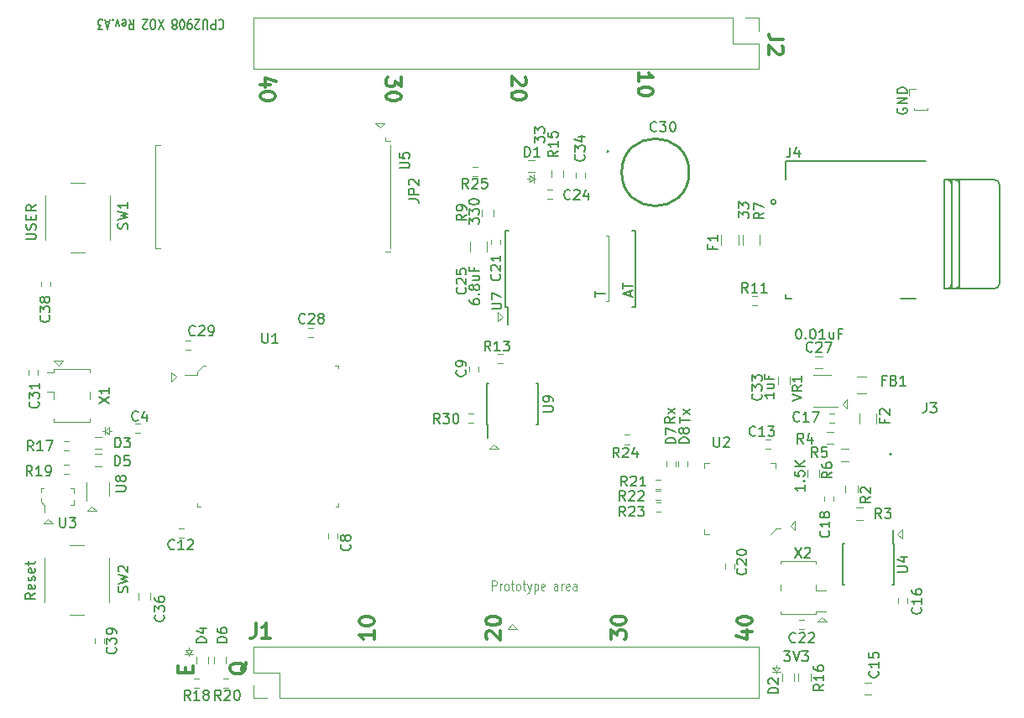
<source format=gto>
G04 #@! TF.GenerationSoftware,KiCad,Pcbnew,(5.1.2)-1*
G04 #@! TF.CreationDate,2020-02-28T22:39:46+09:00*
G04 #@! TF.ProjectId,o2_breakout,6f325f62-7265-4616-9b6f-75742e6b6963,rev?*
G04 #@! TF.SameCoordinates,Original*
G04 #@! TF.FileFunction,Legend,Top*
G04 #@! TF.FilePolarity,Positive*
%FSLAX46Y46*%
G04 Gerber Fmt 4.6, Leading zero omitted, Abs format (unit mm)*
G04 Created by KiCad (PCBNEW (5.1.2)-1) date 2020-02-28 22:39:46*
%MOMM*%
%LPD*%
G04 APERTURE LIST*
%ADD10C,0.150000*%
%ADD11C,0.120000*%
%ADD12C,0.300000*%
%ADD13C,0.200000*%
%ADD14C,0.127000*%
%ADD15C,0.100000*%
%ADD16C,0.254000*%
G04 APERTURE END LIST*
D10*
X160234380Y-87788714D02*
X160234380Y-87217285D01*
X161234380Y-87503000D02*
X160234380Y-87503000D01*
X163742666Y-87741047D02*
X163742666Y-87264857D01*
X164028380Y-87836285D02*
X163028380Y-87502952D01*
X164028380Y-87169619D01*
X163028380Y-86979142D02*
X163028380Y-86407714D01*
X164028380Y-86693428D02*
X163028380Y-86693428D01*
D11*
X161544000Y-88265000D02*
X161290000Y-88265000D01*
X161544000Y-81635600D02*
X161544000Y-88265000D01*
X161290000Y-81635600D02*
X161544000Y-81635600D01*
X149793933Y-117447580D02*
X149793933Y-116447580D01*
X150098695Y-116447580D01*
X150174885Y-116495200D01*
X150212980Y-116542819D01*
X150251076Y-116638057D01*
X150251076Y-116780914D01*
X150212980Y-116876152D01*
X150174885Y-116923771D01*
X150098695Y-116971390D01*
X149793933Y-116971390D01*
X150593933Y-117447580D02*
X150593933Y-116780914D01*
X150593933Y-116971390D02*
X150632028Y-116876152D01*
X150670123Y-116828533D01*
X150746314Y-116780914D01*
X150822504Y-116780914D01*
X151203457Y-117447580D02*
X151127266Y-117399961D01*
X151089171Y-117352342D01*
X151051076Y-117257104D01*
X151051076Y-116971390D01*
X151089171Y-116876152D01*
X151127266Y-116828533D01*
X151203457Y-116780914D01*
X151317742Y-116780914D01*
X151393933Y-116828533D01*
X151432028Y-116876152D01*
X151470123Y-116971390D01*
X151470123Y-117257104D01*
X151432028Y-117352342D01*
X151393933Y-117399961D01*
X151317742Y-117447580D01*
X151203457Y-117447580D01*
X151698695Y-116780914D02*
X152003457Y-116780914D01*
X151812980Y-116447580D02*
X151812980Y-117304723D01*
X151851076Y-117399961D01*
X151927266Y-117447580D01*
X152003457Y-117447580D01*
X152384409Y-117447580D02*
X152308219Y-117399961D01*
X152270123Y-117352342D01*
X152232028Y-117257104D01*
X152232028Y-116971390D01*
X152270123Y-116876152D01*
X152308219Y-116828533D01*
X152384409Y-116780914D01*
X152498695Y-116780914D01*
X152574885Y-116828533D01*
X152612980Y-116876152D01*
X152651076Y-116971390D01*
X152651076Y-117257104D01*
X152612980Y-117352342D01*
X152574885Y-117399961D01*
X152498695Y-117447580D01*
X152384409Y-117447580D01*
X152879647Y-116780914D02*
X153184409Y-116780914D01*
X152993933Y-116447580D02*
X152993933Y-117304723D01*
X153032028Y-117399961D01*
X153108219Y-117447580D01*
X153184409Y-117447580D01*
X153374885Y-116780914D02*
X153565361Y-117447580D01*
X153755838Y-116780914D02*
X153565361Y-117447580D01*
X153489171Y-117685676D01*
X153451076Y-117733295D01*
X153374885Y-117780914D01*
X154060600Y-116780914D02*
X154060600Y-117780914D01*
X154060600Y-116828533D02*
X154136790Y-116780914D01*
X154289171Y-116780914D01*
X154365361Y-116828533D01*
X154403457Y-116876152D01*
X154441552Y-116971390D01*
X154441552Y-117257104D01*
X154403457Y-117352342D01*
X154365361Y-117399961D01*
X154289171Y-117447580D01*
X154136790Y-117447580D01*
X154060600Y-117399961D01*
X155089171Y-117399961D02*
X155012980Y-117447580D01*
X154860600Y-117447580D01*
X154784409Y-117399961D01*
X154746314Y-117304723D01*
X154746314Y-116923771D01*
X154784409Y-116828533D01*
X154860600Y-116780914D01*
X155012980Y-116780914D01*
X155089171Y-116828533D01*
X155127266Y-116923771D01*
X155127266Y-117019009D01*
X154746314Y-117114247D01*
X156422504Y-117447580D02*
X156422504Y-116923771D01*
X156384409Y-116828533D01*
X156308219Y-116780914D01*
X156155838Y-116780914D01*
X156079647Y-116828533D01*
X156422504Y-117399961D02*
X156346314Y-117447580D01*
X156155838Y-117447580D01*
X156079647Y-117399961D01*
X156041552Y-117304723D01*
X156041552Y-117209485D01*
X156079647Y-117114247D01*
X156155838Y-117066628D01*
X156346314Y-117066628D01*
X156422504Y-117019009D01*
X156803457Y-117447580D02*
X156803457Y-116780914D01*
X156803457Y-116971390D02*
X156841552Y-116876152D01*
X156879647Y-116828533D01*
X156955838Y-116780914D01*
X157032028Y-116780914D01*
X157603457Y-117399961D02*
X157527266Y-117447580D01*
X157374885Y-117447580D01*
X157298695Y-117399961D01*
X157260600Y-117304723D01*
X157260600Y-116923771D01*
X157298695Y-116828533D01*
X157374885Y-116780914D01*
X157527266Y-116780914D01*
X157603457Y-116828533D01*
X157641552Y-116923771D01*
X157641552Y-117019009D01*
X157260600Y-117114247D01*
X158327266Y-117447580D02*
X158327266Y-116923771D01*
X158289171Y-116828533D01*
X158212980Y-116780914D01*
X158060600Y-116780914D01*
X157984409Y-116828533D01*
X158327266Y-117399961D02*
X158251076Y-117447580D01*
X158060600Y-117447580D01*
X157984409Y-117399961D01*
X157946314Y-117304723D01*
X157946314Y-117209485D01*
X157984409Y-117114247D01*
X158060600Y-117066628D01*
X158251076Y-117066628D01*
X158327266Y-117019009D01*
X151361700Y-121333000D02*
X152301500Y-121333000D01*
X151831600Y-120863100D02*
X151361700Y-121333000D01*
X152301500Y-121333000D02*
X151831600Y-120863100D01*
D10*
X168219380Y-99942638D02*
X167743190Y-100275971D01*
X168219380Y-100514066D02*
X167219380Y-100514066D01*
X167219380Y-100133114D01*
X167267000Y-100037876D01*
X167314619Y-99990257D01*
X167409857Y-99942638D01*
X167552714Y-99942638D01*
X167647952Y-99990257D01*
X167695571Y-100037876D01*
X167743190Y-100133114D01*
X167743190Y-100514066D01*
X168219380Y-99609304D02*
X167552714Y-99085495D01*
X167552714Y-99609304D02*
X168219380Y-99085495D01*
X168730680Y-100521600D02*
X168730680Y-99921600D01*
X169730680Y-100221600D02*
X168730680Y-100221600D01*
X169730680Y-99671600D02*
X169064014Y-99121600D01*
X169064014Y-99671600D02*
X169730680Y-99121600D01*
D11*
X119214900Y-123850660D02*
X119214900Y-124063760D01*
X119214900Y-123200160D02*
X119214900Y-123454160D01*
X118808500Y-123860560D02*
X119621300Y-123860560D01*
X119570500Y-123454160D02*
X119214900Y-123850660D01*
X118859300Y-123454160D02*
X119570500Y-123454160D01*
X119214900Y-123850660D02*
X118859300Y-123454160D01*
D12*
X164561128Y-66071785D02*
X164561128Y-65214642D01*
X164561128Y-65643214D02*
X166061128Y-65643214D01*
X165846842Y-65500357D01*
X165703985Y-65357500D01*
X165632557Y-65214642D01*
X166061128Y-67000357D02*
X166061128Y-67143214D01*
X165989700Y-67286071D01*
X165918271Y-67357500D01*
X165775414Y-67428928D01*
X165489700Y-67500357D01*
X165132557Y-67500357D01*
X164846842Y-67428928D01*
X164703985Y-67357500D01*
X164632557Y-67286071D01*
X164561128Y-67143214D01*
X164561128Y-67000357D01*
X164632557Y-66857500D01*
X164703985Y-66786071D01*
X164846842Y-66714642D01*
X165132557Y-66643214D01*
X165489700Y-66643214D01*
X165775414Y-66714642D01*
X165918271Y-66786071D01*
X165989700Y-66857500D01*
X166061128Y-67000357D01*
X125007108Y-124726771D02*
X124935680Y-124869628D01*
X124792822Y-125012485D01*
X124578537Y-125226771D01*
X124507108Y-125369628D01*
X124507108Y-125512485D01*
X124864251Y-125441057D02*
X124792822Y-125583914D01*
X124649965Y-125726771D01*
X124364251Y-125798200D01*
X123864251Y-125798200D01*
X123578537Y-125726771D01*
X123435680Y-125583914D01*
X123364251Y-125441057D01*
X123364251Y-125155342D01*
X123435680Y-125012485D01*
X123578537Y-124869628D01*
X123864251Y-124798200D01*
X124364251Y-124798200D01*
X124649965Y-124869628D01*
X124792822Y-125012485D01*
X124864251Y-125155342D01*
X124864251Y-125441057D01*
X118885162Y-125749168D02*
X118885162Y-125249168D01*
X118099448Y-125034882D02*
X118099448Y-125749168D01*
X119599448Y-125749168D01*
X119599448Y-125034882D01*
D10*
X179241604Y-123587260D02*
X179860652Y-123587260D01*
X179527319Y-123968213D01*
X179670176Y-123968213D01*
X179765414Y-124015832D01*
X179813033Y-124063451D01*
X179860652Y-124158689D01*
X179860652Y-124396784D01*
X179813033Y-124492022D01*
X179765414Y-124539641D01*
X179670176Y-124587260D01*
X179384461Y-124587260D01*
X179289223Y-124539641D01*
X179241604Y-124492022D01*
X180146366Y-123587260D02*
X180479700Y-124587260D01*
X180813033Y-123587260D01*
X181051128Y-123587260D02*
X181670176Y-123587260D01*
X181336842Y-123968213D01*
X181479700Y-123968213D01*
X181574938Y-124015832D01*
X181622557Y-124063451D01*
X181670176Y-124158689D01*
X181670176Y-124396784D01*
X181622557Y-124492022D01*
X181574938Y-124539641D01*
X181479700Y-124587260D01*
X181193985Y-124587260D01*
X181098747Y-124539641D01*
X181051128Y-124492022D01*
D11*
X153984960Y-76309220D02*
X153984960Y-75496420D01*
X153324560Y-75902820D02*
X153578560Y-75902820D01*
X153975060Y-75902820D02*
X154188160Y-75902820D01*
X153975060Y-75902820D02*
X153578560Y-76258420D01*
X153578560Y-76258420D02*
X153578560Y-75547220D01*
X153578560Y-75547220D02*
X153975060Y-75902820D01*
X109402880Y-108963460D02*
X109865160Y-109425740D01*
X110743740Y-101333300D02*
X111140240Y-100977700D01*
X111140240Y-100977700D02*
X111140240Y-101688900D01*
X111140240Y-101688900D02*
X110743740Y-101333300D01*
X110733840Y-100926900D02*
X110733840Y-101739700D01*
X111394240Y-101333300D02*
X111140240Y-101333300D01*
X110743740Y-101333300D02*
X110530640Y-101333300D01*
X178805840Y-125206760D02*
X178450240Y-125603260D01*
X178092100Y-125204220D02*
X178803300Y-125204220D01*
X178450240Y-125603260D02*
X178094640Y-125206760D01*
X178450240Y-125603260D02*
X178450240Y-125816360D01*
X178447700Y-124950220D02*
X178447700Y-125204220D01*
X178051460Y-125633480D02*
X178864260Y-125633480D01*
X183558740Y-120604020D02*
X183088840Y-120134120D01*
X182618940Y-120604020D02*
X183558740Y-120604020D01*
X183088840Y-120134120D02*
X182618940Y-120604020D01*
X105579620Y-94259660D02*
X106049520Y-94729560D01*
X106049520Y-94729560D02*
X106519420Y-94259660D01*
X106519420Y-94259660D02*
X105579620Y-94259660D01*
X105486760Y-110687860D02*
X105016860Y-110217960D01*
X105016860Y-110217960D02*
X104546960Y-110687860D01*
X104546960Y-110687860D02*
X105486760Y-110687860D01*
X109408520Y-108965740D02*
X108938620Y-109435640D01*
X108938620Y-109435640D02*
X109878420Y-109435640D01*
X150429520Y-103159300D02*
X149959620Y-102689400D01*
X149959620Y-102689400D02*
X149489720Y-103159300D01*
X149489720Y-103159300D02*
X150429520Y-103159300D01*
X191170000Y-111290360D02*
X190700100Y-111760260D01*
X190705440Y-111768440D02*
X191175340Y-112238340D01*
X191170000Y-112230160D02*
X191170000Y-111290360D01*
X180349900Y-110436100D02*
X179880000Y-110906000D01*
X179880000Y-110906000D02*
X180349900Y-111375900D01*
X180349900Y-111375900D02*
X180349900Y-110436100D01*
X185633100Y-98167900D02*
X185163200Y-98637800D01*
X185163200Y-98637800D02*
X185633100Y-99107700D01*
X185633100Y-99107700D02*
X185633100Y-98167900D01*
X150396200Y-90300100D02*
X150866100Y-89830200D01*
X150866100Y-89830200D02*
X150396200Y-89360300D01*
X150396200Y-89360300D02*
X150396200Y-90300100D01*
D12*
X125966600Y-120768371D02*
X125966600Y-121839800D01*
X125895171Y-122054085D01*
X125752314Y-122196942D01*
X125538028Y-122268371D01*
X125395171Y-122268371D01*
X127466600Y-122268371D02*
X126609457Y-122268371D01*
X127038028Y-122268371D02*
X127038028Y-120768371D01*
X126895171Y-120982657D01*
X126752314Y-121125514D01*
X126609457Y-121196942D01*
X161814771Y-122397685D02*
X161814771Y-121469114D01*
X162386200Y-121969114D01*
X162386200Y-121754828D01*
X162457628Y-121611971D01*
X162529057Y-121540542D01*
X162671914Y-121469114D01*
X163029057Y-121469114D01*
X163171914Y-121540542D01*
X163243342Y-121611971D01*
X163314771Y-121754828D01*
X163314771Y-122183400D01*
X163243342Y-122326257D01*
X163171914Y-122397685D01*
X161814771Y-120540542D02*
X161814771Y-120397685D01*
X161886200Y-120254828D01*
X161957628Y-120183400D01*
X162100485Y-120111971D01*
X162386200Y-120040542D01*
X162743342Y-120040542D01*
X163029057Y-120111971D01*
X163171914Y-120183400D01*
X163243342Y-120254828D01*
X163314771Y-120397685D01*
X163314771Y-120540542D01*
X163243342Y-120683400D01*
X163171914Y-120754828D01*
X163029057Y-120826257D01*
X162743342Y-120897685D01*
X162386200Y-120897685D01*
X162100485Y-120826257D01*
X161957628Y-120754828D01*
X161886200Y-120683400D01*
X161814771Y-120540542D01*
X137889371Y-121545314D02*
X137889371Y-122402457D01*
X137889371Y-121973885D02*
X136389371Y-121973885D01*
X136603657Y-122116742D01*
X136746514Y-122259600D01*
X136817942Y-122402457D01*
X136389371Y-120616742D02*
X136389371Y-120473885D01*
X136460800Y-120331028D01*
X136532228Y-120259600D01*
X136675085Y-120188171D01*
X136960800Y-120116742D01*
X137317942Y-120116742D01*
X137603657Y-120188171D01*
X137746514Y-120259600D01*
X137817942Y-120331028D01*
X137889371Y-120473885D01*
X137889371Y-120616742D01*
X137817942Y-120759600D01*
X137746514Y-120831028D01*
X137603657Y-120902457D01*
X137317942Y-120973885D01*
X136960800Y-120973885D01*
X136675085Y-120902457D01*
X136532228Y-120831028D01*
X136460800Y-120759600D01*
X136389371Y-120616742D01*
X149308428Y-122377057D02*
X149237000Y-122305628D01*
X149165571Y-122162771D01*
X149165571Y-121805628D01*
X149237000Y-121662771D01*
X149308428Y-121591342D01*
X149451285Y-121519914D01*
X149594142Y-121519914D01*
X149808428Y-121591342D01*
X150665571Y-122448485D01*
X150665571Y-121519914D01*
X149165571Y-120591342D02*
X149165571Y-120448485D01*
X149237000Y-120305628D01*
X149308428Y-120234200D01*
X149451285Y-120162771D01*
X149737000Y-120091342D01*
X150094142Y-120091342D01*
X150379857Y-120162771D01*
X150522714Y-120234200D01*
X150594142Y-120305628D01*
X150665571Y-120448485D01*
X150665571Y-120591342D01*
X150594142Y-120734200D01*
X150522714Y-120805628D01*
X150379857Y-120877057D01*
X150094142Y-120948485D01*
X149737000Y-120948485D01*
X149451285Y-120877057D01*
X149308428Y-120805628D01*
X149237000Y-120734200D01*
X149165571Y-120591342D01*
X175014771Y-121637371D02*
X176014771Y-121637371D01*
X174443342Y-121994514D02*
X175514771Y-122351657D01*
X175514771Y-121423085D01*
X174514771Y-120565942D02*
X174514771Y-120423085D01*
X174586200Y-120280228D01*
X174657628Y-120208800D01*
X174800485Y-120137371D01*
X175086200Y-120065942D01*
X175443342Y-120065942D01*
X175729057Y-120137371D01*
X175871914Y-120208800D01*
X175943342Y-120280228D01*
X176014771Y-120423085D01*
X176014771Y-120565942D01*
X175943342Y-120708800D01*
X175871914Y-120780228D01*
X175729057Y-120851657D01*
X175443342Y-120923085D01*
X175086200Y-120923085D01*
X174800485Y-120851657D01*
X174657628Y-120780228D01*
X174586200Y-120708800D01*
X174514771Y-120565942D01*
X127448428Y-66398828D02*
X126448428Y-66398828D01*
X128019857Y-66041685D02*
X126948428Y-65684542D01*
X126948428Y-66613114D01*
X127948428Y-67470257D02*
X127948428Y-67613114D01*
X127877000Y-67755971D01*
X127805571Y-67827400D01*
X127662714Y-67898828D01*
X127377000Y-67970257D01*
X127019857Y-67970257D01*
X126734142Y-67898828D01*
X126591285Y-67827400D01*
X126519857Y-67755971D01*
X126448428Y-67613114D01*
X126448428Y-67470257D01*
X126519857Y-67327400D01*
X126591285Y-67255971D01*
X126734142Y-67184542D01*
X127019857Y-67113114D01*
X127377000Y-67113114D01*
X127662714Y-67184542D01*
X127805571Y-67255971D01*
X127877000Y-67327400D01*
X127948428Y-67470257D01*
X140623028Y-65663914D02*
X140623028Y-66592485D01*
X140051600Y-66092485D01*
X140051600Y-66306771D01*
X139980171Y-66449628D01*
X139908742Y-66521057D01*
X139765885Y-66592485D01*
X139408742Y-66592485D01*
X139265885Y-66521057D01*
X139194457Y-66449628D01*
X139123028Y-66306771D01*
X139123028Y-65878200D01*
X139194457Y-65735342D01*
X139265885Y-65663914D01*
X140623028Y-67521057D02*
X140623028Y-67663914D01*
X140551600Y-67806771D01*
X140480171Y-67878200D01*
X140337314Y-67949628D01*
X140051600Y-68021057D01*
X139694457Y-68021057D01*
X139408742Y-67949628D01*
X139265885Y-67878200D01*
X139194457Y-67806771D01*
X139123028Y-67663914D01*
X139123028Y-67521057D01*
X139194457Y-67378200D01*
X139265885Y-67306771D01*
X139408742Y-67235342D01*
X139694457Y-67163914D01*
X140051600Y-67163914D01*
X140337314Y-67235342D01*
X140480171Y-67306771D01*
X140551600Y-67378200D01*
X140623028Y-67521057D01*
X179192928Y-61857000D02*
X178121500Y-61857000D01*
X177907214Y-61785571D01*
X177764357Y-61642714D01*
X177692928Y-61428428D01*
X177692928Y-61285571D01*
X179050071Y-62499857D02*
X179121500Y-62571285D01*
X179192928Y-62714142D01*
X179192928Y-63071285D01*
X179121500Y-63214142D01*
X179050071Y-63285571D01*
X178907214Y-63357000D01*
X178764357Y-63357000D01*
X178550071Y-63285571D01*
X177692928Y-62428428D01*
X177692928Y-63357000D01*
X153129371Y-65633742D02*
X153200800Y-65705171D01*
X153272228Y-65848028D01*
X153272228Y-66205171D01*
X153200800Y-66348028D01*
X153129371Y-66419457D01*
X152986514Y-66490885D01*
X152843657Y-66490885D01*
X152629371Y-66419457D01*
X151772228Y-65562314D01*
X151772228Y-66490885D01*
X153272228Y-67419457D02*
X153272228Y-67562314D01*
X153200800Y-67705171D01*
X153129371Y-67776600D01*
X152986514Y-67848028D01*
X152700800Y-67919457D01*
X152343657Y-67919457D01*
X152057942Y-67848028D01*
X151915085Y-67776600D01*
X151843657Y-67705171D01*
X151772228Y-67562314D01*
X151772228Y-67419457D01*
X151843657Y-67276600D01*
X151915085Y-67205171D01*
X152057942Y-67133742D01*
X152343657Y-67062314D01*
X152700800Y-67062314D01*
X152986514Y-67133742D01*
X153129371Y-67205171D01*
X153200800Y-67276600D01*
X153272228Y-67419457D01*
D13*
X122227879Y-59894197D02*
X122265974Y-59846578D01*
X122380260Y-59798959D01*
X122456450Y-59798959D01*
X122570736Y-59846578D01*
X122646926Y-59941816D01*
X122685021Y-60037054D01*
X122723117Y-60227530D01*
X122723117Y-60370387D01*
X122685021Y-60560863D01*
X122646926Y-60656101D01*
X122570736Y-60751340D01*
X122456450Y-60798959D01*
X122380260Y-60798959D01*
X122265974Y-60751340D01*
X122227879Y-60703720D01*
X121885021Y-59798959D02*
X121885021Y-60798959D01*
X121580260Y-60798959D01*
X121504069Y-60751340D01*
X121465974Y-60703720D01*
X121427879Y-60608482D01*
X121427879Y-60465625D01*
X121465974Y-60370387D01*
X121504069Y-60322768D01*
X121580260Y-60275149D01*
X121885021Y-60275149D01*
X121085021Y-60798959D02*
X121085021Y-59989435D01*
X121046926Y-59894197D01*
X121008831Y-59846578D01*
X120932640Y-59798959D01*
X120780260Y-59798959D01*
X120704069Y-59846578D01*
X120665974Y-59894197D01*
X120627879Y-59989435D01*
X120627879Y-60798959D01*
X120285021Y-60703720D02*
X120246926Y-60751340D01*
X120170736Y-60798959D01*
X119980260Y-60798959D01*
X119904069Y-60751340D01*
X119865974Y-60703720D01*
X119827879Y-60608482D01*
X119827879Y-60513244D01*
X119865974Y-60370387D01*
X120323117Y-59798959D01*
X119827879Y-59798959D01*
X119446926Y-59798959D02*
X119294545Y-59798959D01*
X119218355Y-59846578D01*
X119180260Y-59894197D01*
X119104069Y-60037054D01*
X119065974Y-60227530D01*
X119065974Y-60608482D01*
X119104069Y-60703720D01*
X119142164Y-60751340D01*
X119218355Y-60798959D01*
X119370736Y-60798959D01*
X119446926Y-60751340D01*
X119485021Y-60703720D01*
X119523117Y-60608482D01*
X119523117Y-60370387D01*
X119485021Y-60275149D01*
X119446926Y-60227530D01*
X119370736Y-60179911D01*
X119218355Y-60179911D01*
X119142164Y-60227530D01*
X119104069Y-60275149D01*
X119065974Y-60370387D01*
X118570736Y-60798959D02*
X118494545Y-60798959D01*
X118418355Y-60751340D01*
X118380260Y-60703720D01*
X118342164Y-60608482D01*
X118304069Y-60418006D01*
X118304069Y-60179911D01*
X118342164Y-59989435D01*
X118380260Y-59894197D01*
X118418355Y-59846578D01*
X118494545Y-59798959D01*
X118570736Y-59798959D01*
X118646926Y-59846578D01*
X118685021Y-59894197D01*
X118723117Y-59989435D01*
X118761212Y-60179911D01*
X118761212Y-60418006D01*
X118723117Y-60608482D01*
X118685021Y-60703720D01*
X118646926Y-60751340D01*
X118570736Y-60798959D01*
X117846926Y-60370387D02*
X117923117Y-60418006D01*
X117961212Y-60465625D01*
X117999307Y-60560863D01*
X117999307Y-60608482D01*
X117961212Y-60703720D01*
X117923117Y-60751340D01*
X117846926Y-60798959D01*
X117694545Y-60798959D01*
X117618355Y-60751340D01*
X117580260Y-60703720D01*
X117542164Y-60608482D01*
X117542164Y-60560863D01*
X117580260Y-60465625D01*
X117618355Y-60418006D01*
X117694545Y-60370387D01*
X117846926Y-60370387D01*
X117923117Y-60322768D01*
X117961212Y-60275149D01*
X117999307Y-60179911D01*
X117999307Y-59989435D01*
X117961212Y-59894197D01*
X117923117Y-59846578D01*
X117846926Y-59798959D01*
X117694545Y-59798959D01*
X117618355Y-59846578D01*
X117580260Y-59894197D01*
X117542164Y-59989435D01*
X117542164Y-60179911D01*
X117580260Y-60275149D01*
X117618355Y-60322768D01*
X117694545Y-60370387D01*
X116665974Y-60798959D02*
X116132640Y-59798959D01*
X116132640Y-60798959D02*
X116665974Y-59798959D01*
X115675498Y-60798959D02*
X115523117Y-60798959D01*
X115446926Y-60751340D01*
X115370736Y-60656101D01*
X115332640Y-60465625D01*
X115332640Y-60132292D01*
X115370736Y-59941816D01*
X115446926Y-59846578D01*
X115523117Y-59798959D01*
X115675498Y-59798959D01*
X115751688Y-59846578D01*
X115827879Y-59941816D01*
X115865974Y-60132292D01*
X115865974Y-60465625D01*
X115827879Y-60656101D01*
X115751688Y-60751340D01*
X115675498Y-60798959D01*
X115027879Y-60703720D02*
X114989783Y-60751340D01*
X114913593Y-60798959D01*
X114723117Y-60798959D01*
X114646926Y-60751340D01*
X114608831Y-60703720D01*
X114570736Y-60608482D01*
X114570736Y-60513244D01*
X114608831Y-60370387D01*
X115065974Y-59798959D01*
X114570736Y-59798959D01*
X113161212Y-59798959D02*
X113427879Y-60275149D01*
X113618355Y-59798959D02*
X113618355Y-60798959D01*
X113313593Y-60798959D01*
X113237402Y-60751340D01*
X113199307Y-60703720D01*
X113161212Y-60608482D01*
X113161212Y-60465625D01*
X113199307Y-60370387D01*
X113237402Y-60322768D01*
X113313593Y-60275149D01*
X113618355Y-60275149D01*
X112513593Y-59846578D02*
X112589783Y-59798959D01*
X112742164Y-59798959D01*
X112818355Y-59846578D01*
X112856450Y-59941816D01*
X112856450Y-60322768D01*
X112818355Y-60418006D01*
X112742164Y-60465625D01*
X112589783Y-60465625D01*
X112513593Y-60418006D01*
X112475498Y-60322768D01*
X112475498Y-60227530D01*
X112856450Y-60132292D01*
X112208831Y-60465625D02*
X112018355Y-59798959D01*
X111827879Y-60465625D01*
X111523117Y-59894197D02*
X111485021Y-59846578D01*
X111523117Y-59798959D01*
X111561212Y-59846578D01*
X111523117Y-59894197D01*
X111523117Y-59798959D01*
X111180260Y-60084673D02*
X110799307Y-60084673D01*
X111256450Y-59798959D02*
X110989783Y-60798959D01*
X110723117Y-59798959D01*
X110532640Y-60798959D02*
X110037402Y-60798959D01*
X110304069Y-60418006D01*
X110189783Y-60418006D01*
X110113593Y-60370387D01*
X110075498Y-60322768D01*
X110037402Y-60227530D01*
X110037402Y-59989435D01*
X110075498Y-59894197D01*
X110113593Y-59846578D01*
X110189783Y-59798959D01*
X110418355Y-59798959D01*
X110494545Y-59846578D01*
X110532640Y-59894197D01*
D11*
X117459200Y-95430600D02*
X117459200Y-96370400D01*
X117929100Y-95900500D02*
X117459200Y-95430600D01*
X117459200Y-96370400D02*
X117929100Y-95900500D01*
X138477700Y-70729100D02*
X138947600Y-70259200D01*
X138007800Y-70259200D02*
X138477700Y-70729100D01*
X138947600Y-70259200D02*
X138007800Y-70259200D01*
D14*
X192576500Y-87986000D02*
X190976500Y-87986000D01*
D13*
X178426500Y-78236000D02*
G75*
G03X178426500Y-78236000I-250000J0D01*
G01*
D14*
X179426500Y-74136000D02*
X193576500Y-74136000D01*
X179426500Y-75986000D02*
X179426500Y-74136000D01*
X179426500Y-87986000D02*
X179976500Y-87986000D01*
X179426500Y-87536000D02*
X179426500Y-87986000D01*
X200476500Y-86986000D02*
G75*
G03X200976500Y-86486000I0J500000D01*
G01*
X196976500Y-86986000D02*
X200476500Y-86986000D01*
X196476500Y-86986000D02*
G75*
G03X196976500Y-86486000I0J500000D01*
G01*
X196176500Y-86986000D02*
X196476500Y-86986000D01*
X195676500Y-86986000D02*
G75*
G03X196176500Y-86486000I0J500000D01*
G01*
X195376500Y-86986000D02*
X195676500Y-86986000D01*
X200476500Y-75986000D02*
G75*
G02X200976500Y-76486000I0J-500000D01*
G01*
X196976500Y-75986000D02*
X200476500Y-75986000D01*
X196476500Y-75986000D02*
G75*
G02X196976500Y-76486000I0J-500000D01*
G01*
X196176500Y-75986000D02*
X196476500Y-75986000D01*
X195676500Y-75986000D02*
G75*
G02X196176500Y-76486000I0J-500000D01*
G01*
X195376500Y-75986000D02*
X195676500Y-75986000D01*
X200976500Y-76486000D02*
X200976500Y-86486000D01*
X195376500Y-86986000D02*
X195376500Y-75986000D01*
X196976500Y-86986000D02*
X196476500Y-86986000D01*
X196976500Y-86486000D02*
X196976500Y-86986000D01*
X196976500Y-76486000D02*
X196976500Y-86486000D01*
X196976500Y-75986000D02*
X196976500Y-76486000D01*
X196476500Y-75986000D02*
X196976500Y-75986000D01*
X196176500Y-86986000D02*
X195676500Y-86986000D01*
X196176500Y-86486000D02*
X196176500Y-86986000D01*
X196176500Y-76486000D02*
X196176500Y-86486000D01*
X196176500Y-75986000D02*
X196176500Y-76486000D01*
X195676500Y-75986000D02*
X196176500Y-75986000D01*
D11*
X192370400Y-68934800D02*
X193760400Y-68934800D01*
X192370400Y-68934800D02*
X192370400Y-68809800D01*
X193760400Y-68934800D02*
X193760400Y-68809800D01*
X192370400Y-68934800D02*
X192457124Y-68934800D01*
X193673676Y-68934800D02*
X193760400Y-68934800D01*
X191862400Y-67487800D02*
X191862400Y-66802800D01*
X191862400Y-66802800D02*
X192557400Y-66802800D01*
X110639400Y-122799000D02*
X110639400Y-122299000D01*
X109699400Y-122299000D02*
X109699400Y-122799000D01*
X176821200Y-82542000D02*
X176821200Y-81542000D01*
X175121200Y-81542000D02*
X175121200Y-82542000D01*
X147945920Y-99608540D02*
X147445920Y-99608540D01*
X147445920Y-100548540D02*
X147945920Y-100548540D01*
D10*
X151130500Y-88853500D02*
X151380500Y-88853500D01*
X151130500Y-81103500D02*
X151465500Y-81103500D01*
X164280500Y-81103500D02*
X163945500Y-81103500D01*
X164280500Y-88853500D02*
X163945500Y-88853500D01*
X151130500Y-88853500D02*
X151130500Y-81103500D01*
X164280500Y-88853500D02*
X164280500Y-81103500D01*
X151380500Y-88853500D02*
X151380500Y-90653500D01*
D13*
X190098220Y-103713440D02*
G75*
G03X190098220Y-103713440I-100000J0D01*
G01*
D11*
X168554300Y-104423400D02*
X168554300Y-104923400D01*
X169494300Y-104923400D02*
X169494300Y-104423400D01*
X167411300Y-104423400D02*
X167411300Y-104923400D01*
X168351300Y-104923400D02*
X168351300Y-104423400D01*
X111164000Y-118634000D02*
X111164000Y-114134000D01*
X107164000Y-119884000D02*
X108664000Y-119884000D01*
X104664000Y-114134000D02*
X104664000Y-118634000D01*
X108664000Y-112884000D02*
X107164000Y-112884000D01*
X104736000Y-77555600D02*
X104736000Y-82055600D01*
X108736000Y-76305600D02*
X107236000Y-76305600D01*
X111236000Y-82055600D02*
X111236000Y-77555600D01*
X107236000Y-83305600D02*
X108736000Y-83305600D01*
X105267300Y-86752500D02*
X105267300Y-86252500D01*
X104327300Y-86252500D02*
X104327300Y-86752500D01*
D10*
X149283980Y-100660020D02*
X149333980Y-100660020D01*
X149283980Y-96510020D02*
X149428980Y-96510020D01*
X154433980Y-96510020D02*
X154288980Y-96510020D01*
X154433980Y-100660020D02*
X154288980Y-100660020D01*
X149283980Y-100660020D02*
X149283980Y-96510020D01*
X154433980Y-100660020D02*
X154433980Y-96510020D01*
X149333980Y-100660020D02*
X149333980Y-102060020D01*
D11*
X139025000Y-72086000D02*
X139025000Y-71726000D01*
X139525000Y-72086000D02*
X139025000Y-72086000D01*
X139525000Y-77676000D02*
X139525000Y-72486000D01*
X139525000Y-83266000D02*
X139025000Y-83266000D01*
X139525000Y-77676000D02*
X139525000Y-82866000D01*
X115815000Y-72486000D02*
X116315000Y-72486000D01*
X115815000Y-77676000D02*
X115815000Y-72486000D01*
X115815000Y-82866000D02*
X116315000Y-82866000D01*
X115815000Y-77676000D02*
X115815000Y-82866000D01*
X183113160Y-95019420D02*
X182413160Y-95019420D01*
X182413160Y-93819420D02*
X183113160Y-93819420D01*
X182776420Y-105298760D02*
X182776420Y-105998760D01*
X181576420Y-105998760D02*
X181576420Y-105298760D01*
X185731900Y-104371700D02*
X185031900Y-104371700D01*
X185031900Y-103171700D02*
X185731900Y-103171700D01*
X184248540Y-102626720D02*
X183548540Y-102626720D01*
X183548540Y-101426720D02*
X184248540Y-101426720D01*
X108872800Y-106500700D02*
X108872800Y-108400700D01*
X111192800Y-107900700D02*
X111192800Y-106500700D01*
X187572780Y-95873200D02*
X186572780Y-95873200D01*
X186572780Y-97573200D02*
X187572780Y-97573200D01*
X178885440Y-114732580D02*
X178885440Y-114462580D01*
X178885440Y-114462580D02*
X182485440Y-114462580D01*
X182485440Y-114462580D02*
X182485440Y-114732580D01*
X178885440Y-117432580D02*
X178885440Y-116892580D01*
X183485440Y-119592580D02*
X182485440Y-119592580D01*
X182485440Y-119592580D02*
X182485440Y-119862580D01*
X182485440Y-119862580D02*
X178885440Y-119862580D01*
X178885440Y-119862580D02*
X178885440Y-119592580D01*
X182485440Y-116892580D02*
X182485440Y-117432580D01*
X182485440Y-117432580D02*
X183485440Y-117432580D01*
D15*
X178390000Y-105070000D02*
X178390000Y-104570000D01*
X178390000Y-104570000D02*
X177890000Y-104570000D01*
X171190000Y-105070000D02*
X171190000Y-104570000D01*
X171190000Y-104570000D02*
X171690000Y-104570000D01*
X171690000Y-111770000D02*
X171190000Y-111770000D01*
X171190000Y-111770000D02*
X171190000Y-111270000D01*
X177890000Y-111770000D02*
X178390000Y-111270000D01*
X178390000Y-111270000D02*
X178390000Y-111170000D01*
X178390000Y-111170000D02*
X178890000Y-111170000D01*
D10*
X190319100Y-112733000D02*
X190269100Y-112733000D01*
X190319100Y-116883000D02*
X190174100Y-116883000D01*
X185169100Y-116883000D02*
X185314100Y-116883000D01*
X185169100Y-112733000D02*
X185314100Y-112733000D01*
X190319100Y-112733000D02*
X190319100Y-116883000D01*
X185169100Y-112733000D02*
X185169100Y-116883000D01*
X190269100Y-112733000D02*
X190269100Y-111333000D01*
D11*
X149267280Y-83263360D02*
X149267280Y-82263360D01*
X147567280Y-82263360D02*
X147567280Y-83263360D01*
X149926600Y-78974200D02*
X149926600Y-79674200D01*
X148726600Y-79674200D02*
X148726600Y-78974200D01*
X150609400Y-82524500D02*
X150609400Y-82024500D01*
X149669400Y-82024500D02*
X149669400Y-82524500D01*
X155903740Y-76997460D02*
X155403740Y-76997460D01*
X155403740Y-77937460D02*
X155903740Y-77937460D01*
X147806600Y-75603200D02*
X148306600Y-75603200D01*
X148306600Y-74663200D02*
X147806600Y-74663200D01*
X158229200Y-75289600D02*
X158229200Y-75789600D01*
X159169200Y-75789600D02*
X159169200Y-75289600D01*
X176500600Y-87718800D02*
X176000600Y-87718800D01*
X176000600Y-88658800D02*
X176500600Y-88658800D01*
X186497480Y-109097520D02*
X187197480Y-109097520D01*
X187197480Y-110297520D02*
X186497480Y-110297520D01*
D15*
X104306100Y-107163100D02*
X104606100Y-107163100D01*
X104306100Y-107538100D02*
X104306100Y-107163100D01*
X107606100Y-107163100D02*
X107606100Y-107613100D01*
X107306100Y-107163100D02*
X107606100Y-107163100D01*
X107381100Y-107163100D02*
X107256100Y-107163100D01*
X107606100Y-108813100D02*
X107256100Y-108813100D01*
X107606100Y-108338100D02*
X107606100Y-108813100D01*
X104631100Y-108813100D02*
X104631100Y-109588100D01*
X104581100Y-108813100D02*
X104631100Y-108813100D01*
X104306100Y-108438100D02*
X104581100Y-108813100D01*
X104306100Y-108163100D02*
X104306100Y-108438100D01*
D11*
X109191200Y-100074600D02*
X109191200Y-100464600D01*
X109191200Y-100464600D02*
X105591200Y-100464600D01*
X105591200Y-100464600D02*
X105591200Y-100074600D01*
X109191200Y-97394600D02*
X109191200Y-98134600D01*
X104891200Y-95454600D02*
X105591200Y-95454600D01*
X105591200Y-95454600D02*
X105591200Y-95064600D01*
X105591200Y-95064600D02*
X109191200Y-95064600D01*
X109191200Y-95064600D02*
X109191200Y-95454600D01*
X105591200Y-98134600D02*
X105591200Y-97394600D01*
X105591200Y-97394600D02*
X104891200Y-97394600D01*
X150884700Y-93578580D02*
X150384700Y-93578580D01*
X150384700Y-94518580D02*
X150884700Y-94518580D01*
X178665580Y-96595680D02*
X178665580Y-95895680D01*
X179865580Y-95895680D02*
X179865580Y-96595680D01*
X163173600Y-102679600D02*
X163673600Y-102679600D01*
X163673600Y-101739600D02*
X163173600Y-101739600D01*
X166335900Y-109461400D02*
X166835900Y-109461400D01*
X166835900Y-108521400D02*
X166335900Y-108521400D01*
X166323200Y-108343800D02*
X166823200Y-108343800D01*
X166823200Y-107403800D02*
X166323200Y-107403800D01*
X166323200Y-107226200D02*
X166823200Y-107226200D01*
X166823200Y-106286200D02*
X166323200Y-106286200D01*
X123211400Y-126352200D02*
X122711400Y-126352200D01*
X122711400Y-127292200D02*
X123211400Y-127292200D01*
X106633200Y-105651400D02*
X107133200Y-105651400D01*
X107133200Y-104711400D02*
X106633200Y-104711400D01*
X119739600Y-127266800D02*
X120239600Y-127266800D01*
X120239600Y-126326800D02*
X119739600Y-126326800D01*
X106633200Y-103327300D02*
X107133200Y-103327300D01*
X107133200Y-102387300D02*
X106633200Y-102387300D01*
X155800500Y-75699100D02*
X155800500Y-74999100D01*
X157000500Y-74999100D02*
X157000500Y-75699100D01*
X174633700Y-82532100D02*
X174633700Y-81532100D01*
X172933700Y-81532100D02*
X172933700Y-82532100D01*
X181275800Y-120408600D02*
X180775800Y-120408600D01*
X180775800Y-121348600D02*
X181275800Y-121348600D01*
X188053460Y-127945440D02*
X187353460Y-127945440D01*
X187353460Y-126745440D02*
X188053460Y-126745440D01*
X188556000Y-100576000D02*
X188556000Y-99576000D01*
X186856000Y-99576000D02*
X186856000Y-100576000D01*
X114106400Y-118383800D02*
X114106400Y-117683800D01*
X115306400Y-117683800D02*
X115306400Y-118383800D01*
X131245800Y-91859200D02*
X131745800Y-91859200D01*
X131745800Y-90919200D02*
X131245800Y-90919200D01*
D16*
X161483355Y-73147545D02*
G75*
G03X161483355Y-73147545I-58665J0D01*
G01*
X169676020Y-75239880D02*
G75*
G03X169676020Y-75239880I-3400000J0D01*
G01*
D11*
X122977200Y-124110000D02*
X122977200Y-124810000D01*
X121777200Y-124810000D02*
X121777200Y-124110000D01*
X110433600Y-104892400D02*
X109733600Y-104892400D01*
X109733600Y-103692400D02*
X110433600Y-103692400D01*
X121148400Y-124110000D02*
X121148400Y-124810000D01*
X119948400Y-124810000D02*
X119948400Y-124110000D01*
X110445600Y-103165200D02*
X109745600Y-103165200D01*
X109745600Y-101965200D02*
X110445600Y-101965200D01*
X181917900Y-125870220D02*
X181917900Y-126570220D01*
X180717900Y-126570220D02*
X180717900Y-125870220D01*
X180292300Y-125870220D02*
X180292300Y-126570220D01*
X179092300Y-126570220D02*
X179092300Y-125870220D01*
X103949600Y-95677800D02*
X103949600Y-95177800D01*
X103009600Y-95177800D02*
X103009600Y-95677800D01*
X154096200Y-75237900D02*
X153396200Y-75237900D01*
X153396200Y-74037900D02*
X154096200Y-74037900D01*
X118876000Y-93180000D02*
X119376000Y-93180000D01*
X119376000Y-92240000D02*
X118876000Y-92240000D01*
X183296460Y-107931140D02*
X183296460Y-108431140D01*
X184236460Y-108431140D02*
X184236460Y-107931140D01*
X185455000Y-107553240D02*
X185455000Y-106853240D01*
X186655000Y-106853240D02*
X186655000Y-107553240D01*
X174269500Y-115248500D02*
X174269500Y-114748500D01*
X173329500Y-114748500D02*
X173329500Y-115248500D01*
X184290780Y-99600920D02*
X183790780Y-99600920D01*
X183790780Y-100540920D02*
X184290780Y-100540920D01*
X190725960Y-118187660D02*
X190725960Y-118687660D01*
X191665960Y-118687660D02*
X191665960Y-118187660D01*
X177346800Y-103124100D02*
X177846800Y-103124100D01*
X177846800Y-102184100D02*
X177346800Y-102184100D01*
X118202900Y-112128400D02*
X118702900Y-112128400D01*
X118702900Y-111188400D02*
X118202900Y-111188400D01*
X147459600Y-94822200D02*
X147459600Y-95322200D01*
X148399600Y-95322200D02*
X148399600Y-94822200D01*
X134236000Y-112190600D02*
X134236000Y-111690600D01*
X133296000Y-111690600D02*
X133296000Y-112190600D01*
X113821400Y-101562000D02*
X114321400Y-101562000D01*
X114321400Y-100622000D02*
X113821400Y-100622000D01*
X183983200Y-95710100D02*
X182183200Y-95710100D01*
X182183200Y-98930100D02*
X184633200Y-98930100D01*
D15*
X134262000Y-94760000D02*
X133962000Y-94760000D01*
X134262000Y-94760000D02*
X134262000Y-95010000D01*
X134262000Y-108960000D02*
X134262000Y-108660000D01*
X134262000Y-108960000D02*
X134012000Y-108960000D01*
X120062000Y-108960000D02*
X120412000Y-108960000D01*
X120062000Y-108960000D02*
X120062000Y-108660000D01*
X120062000Y-95660000D02*
X118787000Y-95660000D01*
X120062000Y-95335000D02*
X120062000Y-95660000D01*
X120637000Y-94760000D02*
X120062000Y-95335000D01*
X120637000Y-94760000D02*
X120937000Y-94760000D01*
D11*
X125746200Y-59630000D02*
X125746200Y-64830000D01*
X174066200Y-59630000D02*
X125746200Y-59630000D01*
X176666200Y-64830000D02*
X125746200Y-64830000D01*
X174066200Y-59630000D02*
X174066200Y-62230000D01*
X174066200Y-62230000D02*
X176666200Y-62230000D01*
X176666200Y-62230000D02*
X176666200Y-64830000D01*
X175336200Y-59630000D02*
X176666200Y-59630000D01*
X176666200Y-59630000D02*
X176666200Y-60960000D01*
X125746200Y-128330000D02*
X125746200Y-127000000D01*
X127076200Y-128330000D02*
X125746200Y-128330000D01*
X125746200Y-125730000D02*
X125746200Y-123130000D01*
X128346200Y-125730000D02*
X125746200Y-125730000D01*
X128346200Y-128330000D02*
X128346200Y-125730000D01*
X125746200Y-123130000D02*
X176666200Y-123130000D01*
X128346200Y-128330000D02*
X176666200Y-128330000D01*
X176666200Y-128330000D02*
X176666200Y-123130000D01*
D10*
X179854266Y-72705980D02*
X179854266Y-73420266D01*
X179806647Y-73563123D01*
X179711409Y-73658361D01*
X179568552Y-73705980D01*
X179473314Y-73705980D01*
X180759028Y-73039314D02*
X180759028Y-73705980D01*
X180520933Y-72658361D02*
X180282838Y-73372647D01*
X180901885Y-73372647D01*
X190713740Y-68778024D02*
X190666120Y-68873262D01*
X190666120Y-69016120D01*
X190713740Y-69158977D01*
X190808978Y-69254215D01*
X190904216Y-69301834D01*
X191094692Y-69349453D01*
X191237549Y-69349453D01*
X191428025Y-69301834D01*
X191523263Y-69254215D01*
X191618501Y-69158977D01*
X191666120Y-69016120D01*
X191666120Y-68920881D01*
X191618501Y-68778024D01*
X191570882Y-68730405D01*
X191237549Y-68730405D01*
X191237549Y-68920881D01*
X191666120Y-68301834D02*
X190666120Y-68301834D01*
X191666120Y-67730405D01*
X190666120Y-67730405D01*
X191666120Y-67254215D02*
X190666120Y-67254215D01*
X190666120Y-67016120D01*
X190713740Y-66873262D01*
X190808978Y-66778024D01*
X190904216Y-66730405D01*
X191094692Y-66682786D01*
X191237549Y-66682786D01*
X191428025Y-66730405D01*
X191523263Y-66778024D01*
X191618501Y-66873262D01*
X191666120Y-67016120D01*
X191666120Y-67254215D01*
X141387580Y-77935033D02*
X142101866Y-77935033D01*
X142244723Y-77982652D01*
X142339961Y-78077890D01*
X142387580Y-78220747D01*
X142387580Y-78315985D01*
X142387580Y-77458842D02*
X141387580Y-77458842D01*
X141387580Y-77077890D01*
X141435200Y-76982652D01*
X141482819Y-76935033D01*
X141578057Y-76887414D01*
X141720914Y-76887414D01*
X141816152Y-76935033D01*
X141863771Y-76982652D01*
X141911390Y-77077890D01*
X141911390Y-77458842D01*
X141482819Y-76506461D02*
X141435200Y-76458842D01*
X141387580Y-76363604D01*
X141387580Y-76125509D01*
X141435200Y-76030271D01*
X141482819Y-75982652D01*
X141578057Y-75935033D01*
X141673295Y-75935033D01*
X141816152Y-75982652D01*
X142387580Y-76554080D01*
X142387580Y-75935033D01*
X111796542Y-123191857D02*
X111844161Y-123239476D01*
X111891780Y-123382333D01*
X111891780Y-123477571D01*
X111844161Y-123620428D01*
X111748923Y-123715666D01*
X111653685Y-123763285D01*
X111463209Y-123810904D01*
X111320352Y-123810904D01*
X111129876Y-123763285D01*
X111034638Y-123715666D01*
X110939400Y-123620428D01*
X110891780Y-123477571D01*
X110891780Y-123382333D01*
X110939400Y-123239476D01*
X110987019Y-123191857D01*
X110891780Y-122858523D02*
X110891780Y-122239476D01*
X111272733Y-122572809D01*
X111272733Y-122429952D01*
X111320352Y-122334714D01*
X111367971Y-122287095D01*
X111463209Y-122239476D01*
X111701304Y-122239476D01*
X111796542Y-122287095D01*
X111844161Y-122334714D01*
X111891780Y-122429952D01*
X111891780Y-122715666D01*
X111844161Y-122810904D01*
X111796542Y-122858523D01*
X111891780Y-121763285D02*
X111891780Y-121572809D01*
X111844161Y-121477571D01*
X111796542Y-121429952D01*
X111653685Y-121334714D01*
X111463209Y-121287095D01*
X111082257Y-121287095D01*
X110987019Y-121334714D01*
X110939400Y-121382333D01*
X110891780Y-121477571D01*
X110891780Y-121668047D01*
X110939400Y-121763285D01*
X110987019Y-121810904D01*
X111082257Y-121858523D01*
X111320352Y-121858523D01*
X111415590Y-121810904D01*
X111463209Y-121763285D01*
X111510828Y-121668047D01*
X111510828Y-121477571D01*
X111463209Y-121382333D01*
X111415590Y-121334714D01*
X111320352Y-121287095D01*
X177210980Y-79313066D02*
X176734790Y-79646400D01*
X177210980Y-79884495D02*
X176210980Y-79884495D01*
X176210980Y-79503542D01*
X176258600Y-79408304D01*
X176306219Y-79360685D01*
X176401457Y-79313066D01*
X176544314Y-79313066D01*
X176639552Y-79360685D01*
X176687171Y-79408304D01*
X176734790Y-79503542D01*
X176734790Y-79884495D01*
X176210980Y-78979733D02*
X176210980Y-78313066D01*
X177210980Y-78741638D01*
X174686980Y-79778508D02*
X174686980Y-79159461D01*
X175067933Y-79540413D01*
X175067933Y-79397556D01*
X175115552Y-79308270D01*
X175163171Y-79266604D01*
X175258409Y-79230889D01*
X175496504Y-79260651D01*
X175591742Y-79320175D01*
X175639361Y-79373747D01*
X175686980Y-79474937D01*
X175686980Y-79760651D01*
X175639361Y-79849937D01*
X175591742Y-79891604D01*
X174686980Y-78826127D02*
X174686980Y-78207080D01*
X175067933Y-78588032D01*
X175067933Y-78445175D01*
X175115552Y-78355889D01*
X175163171Y-78314223D01*
X175258409Y-78278508D01*
X175496504Y-78308270D01*
X175591742Y-78367794D01*
X175639361Y-78421366D01*
X175686980Y-78522556D01*
X175686980Y-78808270D01*
X175639361Y-78897556D01*
X175591742Y-78939223D01*
X144515042Y-100581980D02*
X144181709Y-100105790D01*
X143943614Y-100581980D02*
X143943614Y-99581980D01*
X144324566Y-99581980D01*
X144419804Y-99629600D01*
X144467423Y-99677219D01*
X144515042Y-99772457D01*
X144515042Y-99915314D01*
X144467423Y-100010552D01*
X144419804Y-100058171D01*
X144324566Y-100105790D01*
X143943614Y-100105790D01*
X144848376Y-99581980D02*
X145467423Y-99581980D01*
X145134090Y-99962933D01*
X145276947Y-99962933D01*
X145372185Y-100010552D01*
X145419804Y-100058171D01*
X145467423Y-100153409D01*
X145467423Y-100391504D01*
X145419804Y-100486742D01*
X145372185Y-100534361D01*
X145276947Y-100581980D01*
X144991233Y-100581980D01*
X144895995Y-100534361D01*
X144848376Y-100486742D01*
X146086471Y-99581980D02*
X146181709Y-99581980D01*
X146276947Y-99629600D01*
X146324566Y-99677219D01*
X146372185Y-99772457D01*
X146419804Y-99962933D01*
X146419804Y-100201028D01*
X146372185Y-100391504D01*
X146324566Y-100486742D01*
X146276947Y-100534361D01*
X146181709Y-100581980D01*
X146086471Y-100581980D01*
X145991233Y-100534361D01*
X145943614Y-100486742D01*
X145895995Y-100391504D01*
X145848376Y-100201028D01*
X145848376Y-99962933D01*
X145895995Y-99772457D01*
X145943614Y-99677219D01*
X145991233Y-99629600D01*
X146086471Y-99581980D01*
X149744180Y-89026904D02*
X150553704Y-89026904D01*
X150648942Y-88979285D01*
X150696561Y-88931666D01*
X150744180Y-88836428D01*
X150744180Y-88645952D01*
X150696561Y-88550714D01*
X150648942Y-88503095D01*
X150553704Y-88455476D01*
X149744180Y-88455476D01*
X149744180Y-88074523D02*
X149744180Y-87407857D01*
X150744180Y-87836428D01*
X193626146Y-98502220D02*
X193626146Y-99216506D01*
X193578527Y-99359363D01*
X193483289Y-99454601D01*
X193340432Y-99502220D01*
X193245194Y-99502220D01*
X194007099Y-98502220D02*
X194626146Y-98502220D01*
X194292813Y-98883173D01*
X194435670Y-98883173D01*
X194530908Y-98930792D01*
X194578527Y-98978411D01*
X194626146Y-99073649D01*
X194626146Y-99311744D01*
X194578527Y-99406982D01*
X194530908Y-99454601D01*
X194435670Y-99502220D01*
X194149956Y-99502220D01*
X194054718Y-99454601D01*
X194007099Y-99406982D01*
X169667180Y-102566695D02*
X168667180Y-102566695D01*
X168667180Y-102328600D01*
X168714800Y-102185742D01*
X168810038Y-102090504D01*
X168905276Y-102042885D01*
X169095752Y-101995266D01*
X169238609Y-101995266D01*
X169429085Y-102042885D01*
X169524323Y-102090504D01*
X169619561Y-102185742D01*
X169667180Y-102328600D01*
X169667180Y-102566695D01*
X169095752Y-101423838D02*
X169048133Y-101519076D01*
X169000514Y-101566695D01*
X168905276Y-101614314D01*
X168857657Y-101614314D01*
X168762419Y-101566695D01*
X168714800Y-101519076D01*
X168667180Y-101423838D01*
X168667180Y-101233361D01*
X168714800Y-101138123D01*
X168762419Y-101090504D01*
X168857657Y-101042885D01*
X168905276Y-101042885D01*
X169000514Y-101090504D01*
X169048133Y-101138123D01*
X169095752Y-101233361D01*
X169095752Y-101423838D01*
X169143371Y-101519076D01*
X169190990Y-101566695D01*
X169286228Y-101614314D01*
X169476704Y-101614314D01*
X169571942Y-101566695D01*
X169619561Y-101519076D01*
X169667180Y-101423838D01*
X169667180Y-101233361D01*
X169619561Y-101138123D01*
X169571942Y-101090504D01*
X169476704Y-101042885D01*
X169286228Y-101042885D01*
X169190990Y-101090504D01*
X169143371Y-101138123D01*
X169095752Y-101233361D01*
X168295580Y-102579395D02*
X167295580Y-102579395D01*
X167295580Y-102341300D01*
X167343200Y-102198442D01*
X167438438Y-102103204D01*
X167533676Y-102055585D01*
X167724152Y-102007966D01*
X167867009Y-102007966D01*
X168057485Y-102055585D01*
X168152723Y-102103204D01*
X168247961Y-102198442D01*
X168295580Y-102341300D01*
X168295580Y-102579395D01*
X167295580Y-101674633D02*
X167295580Y-101007966D01*
X168295580Y-101436538D01*
X113015661Y-117639933D02*
X113063280Y-117497076D01*
X113063280Y-117258980D01*
X113015661Y-117163742D01*
X112968042Y-117116123D01*
X112872804Y-117068504D01*
X112777566Y-117068504D01*
X112682328Y-117116123D01*
X112634709Y-117163742D01*
X112587090Y-117258980D01*
X112539471Y-117449457D01*
X112491852Y-117544695D01*
X112444233Y-117592314D01*
X112348995Y-117639933D01*
X112253757Y-117639933D01*
X112158519Y-117592314D01*
X112110900Y-117544695D01*
X112063280Y-117449457D01*
X112063280Y-117211361D01*
X112110900Y-117068504D01*
X112063280Y-116735171D02*
X113063280Y-116497076D01*
X112348995Y-116306600D01*
X113063280Y-116116123D01*
X112063280Y-115878028D01*
X112158519Y-115544695D02*
X112110900Y-115497076D01*
X112063280Y-115401838D01*
X112063280Y-115163742D01*
X112110900Y-115068504D01*
X112158519Y-115020885D01*
X112253757Y-114973266D01*
X112348995Y-114973266D01*
X112491852Y-115020885D01*
X113063280Y-115592314D01*
X113063280Y-114973266D01*
X103700840Y-117702175D02*
X103224650Y-118035508D01*
X103700840Y-118273603D02*
X102700840Y-118273603D01*
X102700840Y-117892651D01*
X102748460Y-117797413D01*
X102796079Y-117749794D01*
X102891317Y-117702175D01*
X103034174Y-117702175D01*
X103129412Y-117749794D01*
X103177031Y-117797413D01*
X103224650Y-117892651D01*
X103224650Y-118273603D01*
X103653221Y-116892651D02*
X103700840Y-116987889D01*
X103700840Y-117178365D01*
X103653221Y-117273603D01*
X103557983Y-117321222D01*
X103177031Y-117321222D01*
X103081793Y-117273603D01*
X103034174Y-117178365D01*
X103034174Y-116987889D01*
X103081793Y-116892651D01*
X103177031Y-116845032D01*
X103272269Y-116845032D01*
X103367507Y-117321222D01*
X103653221Y-116464080D02*
X103700840Y-116368841D01*
X103700840Y-116178365D01*
X103653221Y-116083127D01*
X103557983Y-116035508D01*
X103510364Y-116035508D01*
X103415126Y-116083127D01*
X103367507Y-116178365D01*
X103367507Y-116321222D01*
X103319888Y-116416460D01*
X103224650Y-116464080D01*
X103177031Y-116464080D01*
X103081793Y-116416460D01*
X103034174Y-116321222D01*
X103034174Y-116178365D01*
X103081793Y-116083127D01*
X103653221Y-115225984D02*
X103700840Y-115321222D01*
X103700840Y-115511699D01*
X103653221Y-115606937D01*
X103557983Y-115654556D01*
X103177031Y-115654556D01*
X103081793Y-115606937D01*
X103034174Y-115511699D01*
X103034174Y-115321222D01*
X103081793Y-115225984D01*
X103177031Y-115178365D01*
X103272269Y-115178365D01*
X103367507Y-115654556D01*
X103034174Y-114892651D02*
X103034174Y-114511699D01*
X102700840Y-114749794D02*
X103557983Y-114749794D01*
X103653221Y-114702175D01*
X103700840Y-114606937D01*
X103700840Y-114511699D01*
X113002961Y-80936933D02*
X113050580Y-80794076D01*
X113050580Y-80555980D01*
X113002961Y-80460742D01*
X112955342Y-80413123D01*
X112860104Y-80365504D01*
X112764866Y-80365504D01*
X112669628Y-80413123D01*
X112622009Y-80460742D01*
X112574390Y-80555980D01*
X112526771Y-80746457D01*
X112479152Y-80841695D01*
X112431533Y-80889314D01*
X112336295Y-80936933D01*
X112241057Y-80936933D01*
X112145819Y-80889314D01*
X112098200Y-80841695D01*
X112050580Y-80746457D01*
X112050580Y-80508361D01*
X112098200Y-80365504D01*
X112050580Y-80032171D02*
X113050580Y-79794076D01*
X112336295Y-79603600D01*
X113050580Y-79413123D01*
X112050580Y-79175028D01*
X113050580Y-78270266D02*
X113050580Y-78841695D01*
X113050580Y-78555980D02*
X112050580Y-78555980D01*
X112193438Y-78651219D01*
X112288676Y-78746457D01*
X112336295Y-78841695D01*
X102804980Y-82003685D02*
X103614504Y-82003685D01*
X103709742Y-81956066D01*
X103757361Y-81908447D01*
X103804980Y-81813209D01*
X103804980Y-81622733D01*
X103757361Y-81527495D01*
X103709742Y-81479876D01*
X103614504Y-81432257D01*
X102804980Y-81432257D01*
X103757361Y-81003685D02*
X103804980Y-80860828D01*
X103804980Y-80622733D01*
X103757361Y-80527495D01*
X103709742Y-80479876D01*
X103614504Y-80432257D01*
X103519266Y-80432257D01*
X103424028Y-80479876D01*
X103376409Y-80527495D01*
X103328790Y-80622733D01*
X103281171Y-80813209D01*
X103233552Y-80908447D01*
X103185933Y-80956066D01*
X103090695Y-81003685D01*
X102995457Y-81003685D01*
X102900219Y-80956066D01*
X102852600Y-80908447D01*
X102804980Y-80813209D01*
X102804980Y-80575114D01*
X102852600Y-80432257D01*
X103281171Y-80003685D02*
X103281171Y-79670352D01*
X103804980Y-79527495D02*
X103804980Y-80003685D01*
X102804980Y-80003685D01*
X102804980Y-79527495D01*
X103804980Y-78527495D02*
X103328790Y-78860828D01*
X103804980Y-79098923D02*
X102804980Y-79098923D01*
X102804980Y-78717971D01*
X102852600Y-78622733D01*
X102900219Y-78575114D01*
X102995457Y-78527495D01*
X103138314Y-78527495D01*
X103233552Y-78575114D01*
X103281171Y-78622733D01*
X103328790Y-78717971D01*
X103328790Y-79098923D01*
X105103642Y-89710757D02*
X105151261Y-89758376D01*
X105198880Y-89901233D01*
X105198880Y-89996471D01*
X105151261Y-90139328D01*
X105056023Y-90234566D01*
X104960785Y-90282185D01*
X104770309Y-90329804D01*
X104627452Y-90329804D01*
X104436976Y-90282185D01*
X104341738Y-90234566D01*
X104246500Y-90139328D01*
X104198880Y-89996471D01*
X104198880Y-89901233D01*
X104246500Y-89758376D01*
X104294119Y-89710757D01*
X104198880Y-89377423D02*
X104198880Y-88758376D01*
X104579833Y-89091709D01*
X104579833Y-88948852D01*
X104627452Y-88853614D01*
X104675071Y-88805995D01*
X104770309Y-88758376D01*
X105008404Y-88758376D01*
X105103642Y-88805995D01*
X105151261Y-88853614D01*
X105198880Y-88948852D01*
X105198880Y-89234566D01*
X105151261Y-89329804D01*
X105103642Y-89377423D01*
X104627452Y-88186947D02*
X104579833Y-88282185D01*
X104532214Y-88329804D01*
X104436976Y-88377423D01*
X104389357Y-88377423D01*
X104294119Y-88329804D01*
X104246500Y-88282185D01*
X104198880Y-88186947D01*
X104198880Y-87996471D01*
X104246500Y-87901233D01*
X104294119Y-87853614D01*
X104389357Y-87805995D01*
X104436976Y-87805995D01*
X104532214Y-87853614D01*
X104579833Y-87901233D01*
X104627452Y-87996471D01*
X104627452Y-88186947D01*
X104675071Y-88282185D01*
X104722690Y-88329804D01*
X104817928Y-88377423D01*
X105008404Y-88377423D01*
X105103642Y-88329804D01*
X105151261Y-88282185D01*
X105198880Y-88186947D01*
X105198880Y-87996471D01*
X105151261Y-87901233D01*
X105103642Y-87853614D01*
X105008404Y-87805995D01*
X104817928Y-87805995D01*
X104722690Y-87853614D01*
X104675071Y-87901233D01*
X104627452Y-87996471D01*
X154956260Y-99400264D02*
X155765784Y-99400264D01*
X155861022Y-99352645D01*
X155908641Y-99305026D01*
X155956260Y-99209788D01*
X155956260Y-99019312D01*
X155908641Y-98924074D01*
X155861022Y-98876455D01*
X155765784Y-98828836D01*
X154956260Y-98828836D01*
X155956260Y-98305026D02*
X155956260Y-98114550D01*
X155908641Y-98019312D01*
X155861022Y-97971693D01*
X155718165Y-97876455D01*
X155527689Y-97828836D01*
X155146737Y-97828836D01*
X155051499Y-97876455D01*
X155003880Y-97924074D01*
X154956260Y-98019312D01*
X154956260Y-98209788D01*
X155003880Y-98305026D01*
X155051499Y-98352645D01*
X155146737Y-98400264D01*
X155384832Y-98400264D01*
X155480070Y-98352645D01*
X155527689Y-98305026D01*
X155575308Y-98209788D01*
X155575308Y-98019312D01*
X155527689Y-97924074D01*
X155480070Y-97876455D01*
X155384832Y-97828836D01*
X140460480Y-74815604D02*
X141270004Y-74815604D01*
X141365242Y-74767985D01*
X141412861Y-74720366D01*
X141460480Y-74625128D01*
X141460480Y-74434652D01*
X141412861Y-74339414D01*
X141365242Y-74291795D01*
X141270004Y-74244176D01*
X140460480Y-74244176D01*
X140460480Y-73291795D02*
X140460480Y-73767985D01*
X140936671Y-73815604D01*
X140889052Y-73767985D01*
X140841433Y-73672747D01*
X140841433Y-73434652D01*
X140889052Y-73339414D01*
X140936671Y-73291795D01*
X141031909Y-73244176D01*
X141270004Y-73244176D01*
X141365242Y-73291795D01*
X141412861Y-73339414D01*
X141460480Y-73434652D01*
X141460480Y-73672747D01*
X141412861Y-73767985D01*
X141365242Y-73815604D01*
X182120302Y-93276562D02*
X182072683Y-93324181D01*
X181929826Y-93371800D01*
X181834588Y-93371800D01*
X181691731Y-93324181D01*
X181596493Y-93228943D01*
X181548874Y-93133705D01*
X181501255Y-92943229D01*
X181501255Y-92800372D01*
X181548874Y-92609896D01*
X181596493Y-92514658D01*
X181691731Y-92419420D01*
X181834588Y-92371800D01*
X181929826Y-92371800D01*
X182072683Y-92419420D01*
X182120302Y-92467039D01*
X182501255Y-92467039D02*
X182548874Y-92419420D01*
X182644112Y-92371800D01*
X182882207Y-92371800D01*
X182977445Y-92419420D01*
X183025064Y-92467039D01*
X183072683Y-92562277D01*
X183072683Y-92657515D01*
X183025064Y-92800372D01*
X182453636Y-93371800D01*
X183072683Y-93371800D01*
X183406017Y-92371800D02*
X184072683Y-92371800D01*
X183644112Y-93371800D01*
X180669512Y-91054940D02*
X180764750Y-91054940D01*
X180859988Y-91102560D01*
X180907607Y-91150179D01*
X180955226Y-91245417D01*
X181002845Y-91435893D01*
X181002845Y-91673988D01*
X180955226Y-91864464D01*
X180907607Y-91959702D01*
X180859988Y-92007321D01*
X180764750Y-92054940D01*
X180669512Y-92054940D01*
X180574274Y-92007321D01*
X180526655Y-91959702D01*
X180479036Y-91864464D01*
X180431417Y-91673988D01*
X180431417Y-91435893D01*
X180479036Y-91245417D01*
X180526655Y-91150179D01*
X180574274Y-91102560D01*
X180669512Y-91054940D01*
X181431417Y-91959702D02*
X181479036Y-92007321D01*
X181431417Y-92054940D01*
X181383798Y-92007321D01*
X181431417Y-91959702D01*
X181431417Y-92054940D01*
X182098083Y-91054940D02*
X182193321Y-91054940D01*
X182288560Y-91102560D01*
X182336179Y-91150179D01*
X182383798Y-91245417D01*
X182431417Y-91435893D01*
X182431417Y-91673988D01*
X182383798Y-91864464D01*
X182336179Y-91959702D01*
X182288560Y-92007321D01*
X182193321Y-92054940D01*
X182098083Y-92054940D01*
X182002845Y-92007321D01*
X181955226Y-91959702D01*
X181907607Y-91864464D01*
X181859988Y-91673988D01*
X181859988Y-91435893D01*
X181907607Y-91245417D01*
X181955226Y-91150179D01*
X182002845Y-91102560D01*
X182098083Y-91054940D01*
X183383798Y-92054940D02*
X182812369Y-92054940D01*
X183098083Y-92054940D02*
X183098083Y-91054940D01*
X183002845Y-91197798D01*
X182907607Y-91293036D01*
X182812369Y-91340655D01*
X184240940Y-91388274D02*
X184240940Y-92054940D01*
X183812369Y-91388274D02*
X183812369Y-91912083D01*
X183859988Y-92007321D01*
X183955226Y-92054940D01*
X184098083Y-92054940D01*
X184193321Y-92007321D01*
X184240940Y-91959702D01*
X185050464Y-91531131D02*
X184717131Y-91531131D01*
X184717131Y-92054940D02*
X184717131Y-91054940D01*
X185193321Y-91054940D01*
X184068980Y-105487766D02*
X183592790Y-105821100D01*
X184068980Y-106059195D02*
X183068980Y-106059195D01*
X183068980Y-105678242D01*
X183116600Y-105583004D01*
X183164219Y-105535385D01*
X183259457Y-105487766D01*
X183402314Y-105487766D01*
X183497552Y-105535385D01*
X183545171Y-105583004D01*
X183592790Y-105678242D01*
X183592790Y-106059195D01*
X183068980Y-104630623D02*
X183068980Y-104821100D01*
X183116600Y-104916338D01*
X183164219Y-104963957D01*
X183307076Y-105059195D01*
X183497552Y-105106814D01*
X183878504Y-105106814D01*
X183973742Y-105059195D01*
X184021361Y-105011576D01*
X184068980Y-104916338D01*
X184068980Y-104725861D01*
X184021361Y-104630623D01*
X183973742Y-104583004D01*
X183878504Y-104535385D01*
X183640409Y-104535385D01*
X183545171Y-104583004D01*
X183497552Y-104630623D01*
X183449933Y-104725861D01*
X183449933Y-104916338D01*
X183497552Y-105011576D01*
X183545171Y-105059195D01*
X183640409Y-105106814D01*
X181328320Y-106795771D02*
X181328320Y-107367200D01*
X181328320Y-107081485D02*
X180328320Y-107081485D01*
X180471178Y-107176723D01*
X180566416Y-107271961D01*
X180614035Y-107367200D01*
X181233082Y-106367200D02*
X181280701Y-106319580D01*
X181328320Y-106367200D01*
X181280701Y-106414819D01*
X181233082Y-106367200D01*
X181328320Y-106367200D01*
X180328320Y-105414819D02*
X180328320Y-105891009D01*
X180804511Y-105938628D01*
X180756892Y-105891009D01*
X180709273Y-105795771D01*
X180709273Y-105557676D01*
X180756892Y-105462438D01*
X180804511Y-105414819D01*
X180899749Y-105367200D01*
X181137844Y-105367200D01*
X181233082Y-105414819D01*
X181280701Y-105462438D01*
X181328320Y-105557676D01*
X181328320Y-105795771D01*
X181280701Y-105891009D01*
X181233082Y-105938628D01*
X181328320Y-104938628D02*
X180328320Y-104938628D01*
X181328320Y-104367200D02*
X180756892Y-104795771D01*
X180328320Y-104367200D02*
X180899749Y-104938628D01*
X182637133Y-103982780D02*
X182303800Y-103506590D01*
X182065704Y-103982780D02*
X182065704Y-102982780D01*
X182446657Y-102982780D01*
X182541895Y-103030400D01*
X182589514Y-103078019D01*
X182637133Y-103173257D01*
X182637133Y-103316114D01*
X182589514Y-103411352D01*
X182541895Y-103458971D01*
X182446657Y-103506590D01*
X182065704Y-103506590D01*
X183541895Y-102982780D02*
X183065704Y-102982780D01*
X183018085Y-103458971D01*
X183065704Y-103411352D01*
X183160942Y-103363733D01*
X183399038Y-103363733D01*
X183494276Y-103411352D01*
X183541895Y-103458971D01*
X183589514Y-103554209D01*
X183589514Y-103792304D01*
X183541895Y-103887542D01*
X183494276Y-103935161D01*
X183399038Y-103982780D01*
X183160942Y-103982780D01*
X183065704Y-103935161D01*
X183018085Y-103887542D01*
X181202033Y-102598480D02*
X180868700Y-102122290D01*
X180630604Y-102598480D02*
X180630604Y-101598480D01*
X181011557Y-101598480D01*
X181106795Y-101646100D01*
X181154414Y-101693719D01*
X181202033Y-101788957D01*
X181202033Y-101931814D01*
X181154414Y-102027052D01*
X181106795Y-102074671D01*
X181011557Y-102122290D01*
X180630604Y-102122290D01*
X182059176Y-101931814D02*
X182059176Y-102598480D01*
X181821080Y-101550861D02*
X181582985Y-102265147D01*
X182202033Y-102265147D01*
X111869680Y-107432004D02*
X112679204Y-107432004D01*
X112774442Y-107384385D01*
X112822061Y-107336766D01*
X112869680Y-107241528D01*
X112869680Y-107051052D01*
X112822061Y-106955814D01*
X112774442Y-106908195D01*
X112679204Y-106860576D01*
X111869680Y-106860576D01*
X112298252Y-106241528D02*
X112250633Y-106336766D01*
X112203014Y-106384385D01*
X112107776Y-106432004D01*
X112060157Y-106432004D01*
X111964919Y-106384385D01*
X111917300Y-106336766D01*
X111869680Y-106241528D01*
X111869680Y-106051052D01*
X111917300Y-105955814D01*
X111964919Y-105908195D01*
X112060157Y-105860576D01*
X112107776Y-105860576D01*
X112203014Y-105908195D01*
X112250633Y-105955814D01*
X112298252Y-106051052D01*
X112298252Y-106241528D01*
X112345871Y-106336766D01*
X112393490Y-106384385D01*
X112488728Y-106432004D01*
X112679204Y-106432004D01*
X112774442Y-106384385D01*
X112822061Y-106336766D01*
X112869680Y-106241528D01*
X112869680Y-106051052D01*
X112822061Y-105955814D01*
X112774442Y-105908195D01*
X112679204Y-105860576D01*
X112488728Y-105860576D01*
X112393490Y-105908195D01*
X112345871Y-105955814D01*
X112298252Y-106051052D01*
X189476166Y-96232671D02*
X189142833Y-96232671D01*
X189142833Y-96756480D02*
X189142833Y-95756480D01*
X189619023Y-95756480D01*
X190333309Y-96232671D02*
X190476166Y-96280290D01*
X190523785Y-96327909D01*
X190571404Y-96423147D01*
X190571404Y-96566004D01*
X190523785Y-96661242D01*
X190476166Y-96708861D01*
X190380928Y-96756480D01*
X189999976Y-96756480D01*
X189999976Y-95756480D01*
X190333309Y-95756480D01*
X190428547Y-95804100D01*
X190476166Y-95851719D01*
X190523785Y-95946957D01*
X190523785Y-96042195D01*
X190476166Y-96137433D01*
X190428547Y-96185052D01*
X190333309Y-96232671D01*
X189999976Y-96232671D01*
X191523785Y-96756480D02*
X190952357Y-96756480D01*
X191238071Y-96756480D02*
X191238071Y-95756480D01*
X191142833Y-95899338D01*
X191047595Y-95994576D01*
X190952357Y-96042195D01*
X180325496Y-113112300D02*
X180992162Y-114112300D01*
X180992162Y-113112300D02*
X180325496Y-114112300D01*
X181325496Y-113207539D02*
X181373115Y-113159920D01*
X181468353Y-113112300D01*
X181706448Y-113112300D01*
X181801686Y-113159920D01*
X181849305Y-113207539D01*
X181896924Y-113302777D01*
X181896924Y-113398015D01*
X181849305Y-113540872D01*
X181277877Y-114112300D01*
X181896924Y-114112300D01*
X172161295Y-101966780D02*
X172161295Y-102776304D01*
X172208914Y-102871542D01*
X172256533Y-102919161D01*
X172351771Y-102966780D01*
X172542247Y-102966780D01*
X172637485Y-102919161D01*
X172685104Y-102871542D01*
X172732723Y-102776304D01*
X172732723Y-101966780D01*
X173161295Y-102062019D02*
X173208914Y-102014400D01*
X173304152Y-101966780D01*
X173542247Y-101966780D01*
X173637485Y-102014400D01*
X173685104Y-102062019D01*
X173732723Y-102157257D01*
X173732723Y-102252495D01*
X173685104Y-102395352D01*
X173113676Y-102966780D01*
X173732723Y-102966780D01*
X190696480Y-115569904D02*
X191506004Y-115569904D01*
X191601242Y-115522285D01*
X191648861Y-115474666D01*
X191696480Y-115379428D01*
X191696480Y-115188952D01*
X191648861Y-115093714D01*
X191601242Y-115046095D01*
X191506004Y-114998476D01*
X190696480Y-114998476D01*
X191029814Y-114093714D02*
X191696480Y-114093714D01*
X190648861Y-114331809D02*
X191363147Y-114569904D01*
X191363147Y-113950857D01*
X147098022Y-86873317D02*
X147145641Y-86920936D01*
X147193260Y-87063793D01*
X147193260Y-87159031D01*
X147145641Y-87301888D01*
X147050403Y-87397126D01*
X146955165Y-87444745D01*
X146764689Y-87492364D01*
X146621832Y-87492364D01*
X146431356Y-87444745D01*
X146336118Y-87397126D01*
X146240880Y-87301888D01*
X146193260Y-87159031D01*
X146193260Y-87063793D01*
X146240880Y-86920936D01*
X146288499Y-86873317D01*
X146288499Y-86492364D02*
X146240880Y-86444745D01*
X146193260Y-86349507D01*
X146193260Y-86111412D01*
X146240880Y-86016174D01*
X146288499Y-85968555D01*
X146383737Y-85920936D01*
X146478975Y-85920936D01*
X146621832Y-85968555D01*
X147193260Y-86539983D01*
X147193260Y-85920936D01*
X146193260Y-85016174D02*
X146193260Y-85492364D01*
X146669451Y-85539983D01*
X146621832Y-85492364D01*
X146574213Y-85397126D01*
X146574213Y-85159031D01*
X146621832Y-85063793D01*
X146669451Y-85016174D01*
X146764689Y-84968555D01*
X147002784Y-84968555D01*
X147098022Y-85016174D01*
X147145641Y-85063793D01*
X147193260Y-85159031D01*
X147193260Y-85397126D01*
X147145641Y-85492364D01*
X147098022Y-85539983D01*
X147526760Y-88079721D02*
X147526760Y-88270198D01*
X147574380Y-88365436D01*
X147621999Y-88413055D01*
X147764856Y-88508293D01*
X147955332Y-88555912D01*
X148336284Y-88555912D01*
X148431522Y-88508293D01*
X148479141Y-88460674D01*
X148526760Y-88365436D01*
X148526760Y-88174960D01*
X148479141Y-88079721D01*
X148431522Y-88032102D01*
X148336284Y-87984483D01*
X148098189Y-87984483D01*
X148002951Y-88032102D01*
X147955332Y-88079721D01*
X147907713Y-88174960D01*
X147907713Y-88365436D01*
X147955332Y-88460674D01*
X148002951Y-88508293D01*
X148098189Y-88555912D01*
X148431522Y-87555912D02*
X148479141Y-87508293D01*
X148526760Y-87555912D01*
X148479141Y-87603531D01*
X148431522Y-87555912D01*
X148526760Y-87555912D01*
X147955332Y-86936864D02*
X147907713Y-87032102D01*
X147860094Y-87079721D01*
X147764856Y-87127340D01*
X147717237Y-87127340D01*
X147621999Y-87079721D01*
X147574380Y-87032102D01*
X147526760Y-86936864D01*
X147526760Y-86746388D01*
X147574380Y-86651150D01*
X147621999Y-86603531D01*
X147717237Y-86555912D01*
X147764856Y-86555912D01*
X147860094Y-86603531D01*
X147907713Y-86651150D01*
X147955332Y-86746388D01*
X147955332Y-86936864D01*
X148002951Y-87032102D01*
X148050570Y-87079721D01*
X148145808Y-87127340D01*
X148336284Y-87127340D01*
X148431522Y-87079721D01*
X148479141Y-87032102D01*
X148526760Y-86936864D01*
X148526760Y-86746388D01*
X148479141Y-86651150D01*
X148431522Y-86603531D01*
X148336284Y-86555912D01*
X148145808Y-86555912D01*
X148050570Y-86603531D01*
X148002951Y-86651150D01*
X147955332Y-86746388D01*
X147860094Y-85698769D02*
X148526760Y-85698769D01*
X147860094Y-86127340D02*
X148383903Y-86127340D01*
X148479141Y-86079721D01*
X148526760Y-85984483D01*
X148526760Y-85841626D01*
X148479141Y-85746388D01*
X148431522Y-85698769D01*
X148002951Y-84889245D02*
X148002951Y-85222579D01*
X148526760Y-85222579D02*
X147526760Y-85222579D01*
X147526760Y-84746388D01*
X147200880Y-79490866D02*
X146724690Y-79824200D01*
X147200880Y-80062295D02*
X146200880Y-80062295D01*
X146200880Y-79681342D01*
X146248500Y-79586104D01*
X146296119Y-79538485D01*
X146391357Y-79490866D01*
X146534214Y-79490866D01*
X146629452Y-79538485D01*
X146677071Y-79586104D01*
X146724690Y-79681342D01*
X146724690Y-80062295D01*
X147200880Y-79014676D02*
X147200880Y-78824200D01*
X147153261Y-78728961D01*
X147105642Y-78681342D01*
X146962785Y-78586104D01*
X146772309Y-78538485D01*
X146391357Y-78538485D01*
X146296119Y-78586104D01*
X146248500Y-78633723D01*
X146200880Y-78728961D01*
X146200880Y-78919438D01*
X146248500Y-79014676D01*
X146296119Y-79062295D01*
X146391357Y-79109914D01*
X146629452Y-79109914D01*
X146724690Y-79062295D01*
X146772309Y-79014676D01*
X146819928Y-78919438D01*
X146819928Y-78728961D01*
X146772309Y-78633723D01*
X146724690Y-78586104D01*
X146629452Y-78538485D01*
X147483580Y-80457514D02*
X147483580Y-79838466D01*
X147864533Y-80171800D01*
X147864533Y-80028942D01*
X147912152Y-79933704D01*
X147959771Y-79886085D01*
X148055009Y-79838466D01*
X148293104Y-79838466D01*
X148388342Y-79886085D01*
X148435961Y-79933704D01*
X148483580Y-80028942D01*
X148483580Y-80314657D01*
X148435961Y-80409895D01*
X148388342Y-80457514D01*
X147483580Y-79505133D02*
X147483580Y-78886085D01*
X147864533Y-79219419D01*
X147864533Y-79076561D01*
X147912152Y-78981323D01*
X147959771Y-78933704D01*
X148055009Y-78886085D01*
X148293104Y-78886085D01*
X148388342Y-78933704D01*
X148435961Y-78981323D01*
X148483580Y-79076561D01*
X148483580Y-79362276D01*
X148435961Y-79457514D01*
X148388342Y-79505133D01*
X147483580Y-78267038D02*
X147483580Y-78171800D01*
X147531200Y-78076561D01*
X147578819Y-78028942D01*
X147674057Y-77981323D01*
X147864533Y-77933704D01*
X148102628Y-77933704D01*
X148293104Y-77981323D01*
X148388342Y-78028942D01*
X148435961Y-78076561D01*
X148483580Y-78171800D01*
X148483580Y-78267038D01*
X148435961Y-78362276D01*
X148388342Y-78409895D01*
X148293104Y-78457514D01*
X148102628Y-78505133D01*
X147864533Y-78505133D01*
X147674057Y-78457514D01*
X147578819Y-78409895D01*
X147531200Y-78362276D01*
X147483580Y-78267038D01*
X150572742Y-85542357D02*
X150620361Y-85589976D01*
X150667980Y-85732833D01*
X150667980Y-85828071D01*
X150620361Y-85970928D01*
X150525123Y-86066166D01*
X150429885Y-86113785D01*
X150239409Y-86161404D01*
X150096552Y-86161404D01*
X149906076Y-86113785D01*
X149810838Y-86066166D01*
X149715600Y-85970928D01*
X149667980Y-85828071D01*
X149667980Y-85732833D01*
X149715600Y-85589976D01*
X149763219Y-85542357D01*
X149763219Y-85161404D02*
X149715600Y-85113785D01*
X149667980Y-85018547D01*
X149667980Y-84780452D01*
X149715600Y-84685214D01*
X149763219Y-84637595D01*
X149858457Y-84589976D01*
X149953695Y-84589976D01*
X150096552Y-84637595D01*
X150667980Y-85209023D01*
X150667980Y-84589976D01*
X150667980Y-83637595D02*
X150667980Y-84209023D01*
X150667980Y-83923309D02*
X149667980Y-83923309D01*
X149810838Y-84018547D01*
X149906076Y-84113785D01*
X149953695Y-84209023D01*
X157675342Y-77903342D02*
X157627723Y-77950961D01*
X157484866Y-77998580D01*
X157389628Y-77998580D01*
X157246771Y-77950961D01*
X157151533Y-77855723D01*
X157103914Y-77760485D01*
X157056295Y-77570009D01*
X157056295Y-77427152D01*
X157103914Y-77236676D01*
X157151533Y-77141438D01*
X157246771Y-77046200D01*
X157389628Y-76998580D01*
X157484866Y-76998580D01*
X157627723Y-77046200D01*
X157675342Y-77093819D01*
X158056295Y-77093819D02*
X158103914Y-77046200D01*
X158199152Y-76998580D01*
X158437247Y-76998580D01*
X158532485Y-77046200D01*
X158580104Y-77093819D01*
X158627723Y-77189057D01*
X158627723Y-77284295D01*
X158580104Y-77427152D01*
X158008676Y-77998580D01*
X158627723Y-77998580D01*
X159484866Y-77331914D02*
X159484866Y-77998580D01*
X159246771Y-76950961D02*
X159008676Y-77665247D01*
X159627723Y-77665247D01*
X147413742Y-76855580D02*
X147080409Y-76379390D01*
X146842314Y-76855580D02*
X146842314Y-75855580D01*
X147223266Y-75855580D01*
X147318504Y-75903200D01*
X147366123Y-75950819D01*
X147413742Y-76046057D01*
X147413742Y-76188914D01*
X147366123Y-76284152D01*
X147318504Y-76331771D01*
X147223266Y-76379390D01*
X146842314Y-76379390D01*
X147794695Y-75950819D02*
X147842314Y-75903200D01*
X147937552Y-75855580D01*
X148175647Y-75855580D01*
X148270885Y-75903200D01*
X148318504Y-75950819D01*
X148366123Y-76046057D01*
X148366123Y-76141295D01*
X148318504Y-76284152D01*
X147747076Y-76855580D01*
X148366123Y-76855580D01*
X149270885Y-75855580D02*
X148794695Y-75855580D01*
X148747076Y-76331771D01*
X148794695Y-76284152D01*
X148889933Y-76236533D01*
X149128028Y-76236533D01*
X149223266Y-76284152D01*
X149270885Y-76331771D01*
X149318504Y-76427009D01*
X149318504Y-76665104D01*
X149270885Y-76760342D01*
X149223266Y-76807961D01*
X149128028Y-76855580D01*
X148889933Y-76855580D01*
X148794695Y-76807961D01*
X148747076Y-76760342D01*
X159056342Y-73464657D02*
X159103961Y-73512276D01*
X159151580Y-73655133D01*
X159151580Y-73750371D01*
X159103961Y-73893228D01*
X159008723Y-73988466D01*
X158913485Y-74036085D01*
X158723009Y-74083704D01*
X158580152Y-74083704D01*
X158389676Y-74036085D01*
X158294438Y-73988466D01*
X158199200Y-73893228D01*
X158151580Y-73750371D01*
X158151580Y-73655133D01*
X158199200Y-73512276D01*
X158246819Y-73464657D01*
X158151580Y-73131323D02*
X158151580Y-72512276D01*
X158532533Y-72845609D01*
X158532533Y-72702752D01*
X158580152Y-72607514D01*
X158627771Y-72559895D01*
X158723009Y-72512276D01*
X158961104Y-72512276D01*
X159056342Y-72559895D01*
X159103961Y-72607514D01*
X159151580Y-72702752D01*
X159151580Y-72988466D01*
X159103961Y-73083704D01*
X159056342Y-73131323D01*
X158484914Y-71655133D02*
X159151580Y-71655133D01*
X158103961Y-71893228D02*
X158818247Y-72131323D01*
X158818247Y-71512276D01*
X175607742Y-87371180D02*
X175274409Y-86894990D01*
X175036314Y-87371180D02*
X175036314Y-86371180D01*
X175417266Y-86371180D01*
X175512504Y-86418800D01*
X175560123Y-86466419D01*
X175607742Y-86561657D01*
X175607742Y-86704514D01*
X175560123Y-86799752D01*
X175512504Y-86847371D01*
X175417266Y-86894990D01*
X175036314Y-86894990D01*
X176560123Y-87371180D02*
X175988695Y-87371180D01*
X176274409Y-87371180D02*
X176274409Y-86371180D01*
X176179171Y-86514038D01*
X176083933Y-86609276D01*
X175988695Y-86656895D01*
X177512504Y-87371180D02*
X176941076Y-87371180D01*
X177226790Y-87371180D02*
X177226790Y-86371180D01*
X177131552Y-86514038D01*
X177036314Y-86609276D01*
X176941076Y-86656895D01*
X189060233Y-110157780D02*
X188726900Y-109681590D01*
X188488804Y-110157780D02*
X188488804Y-109157780D01*
X188869757Y-109157780D01*
X188964995Y-109205400D01*
X189012614Y-109253019D01*
X189060233Y-109348257D01*
X189060233Y-109491114D01*
X189012614Y-109586352D01*
X188964995Y-109633971D01*
X188869757Y-109681590D01*
X188488804Y-109681590D01*
X189393566Y-109157780D02*
X190012614Y-109157780D01*
X189679280Y-109538733D01*
X189822138Y-109538733D01*
X189917376Y-109586352D01*
X189964995Y-109633971D01*
X190012614Y-109729209D01*
X190012614Y-109967304D01*
X189964995Y-110062542D01*
X189917376Y-110110161D01*
X189822138Y-110157780D01*
X189536423Y-110157780D01*
X189441185Y-110110161D01*
X189393566Y-110062542D01*
X106197495Y-110069380D02*
X106197495Y-110878904D01*
X106245114Y-110974142D01*
X106292733Y-111021761D01*
X106387971Y-111069380D01*
X106578447Y-111069380D01*
X106673685Y-111021761D01*
X106721304Y-110974142D01*
X106768923Y-110878904D01*
X106768923Y-110069380D01*
X107149876Y-110069380D02*
X107768923Y-110069380D01*
X107435590Y-110450333D01*
X107578447Y-110450333D01*
X107673685Y-110497952D01*
X107721304Y-110545571D01*
X107768923Y-110640809D01*
X107768923Y-110878904D01*
X107721304Y-110974142D01*
X107673685Y-111021761D01*
X107578447Y-111069380D01*
X107292733Y-111069380D01*
X107197495Y-111021761D01*
X107149876Y-110974142D01*
X110143580Y-98574123D02*
X111143580Y-97907457D01*
X110143580Y-97907457D02*
X111143580Y-98574123D01*
X111143580Y-97002695D02*
X111143580Y-97574123D01*
X111143580Y-97288409D02*
X110143580Y-97288409D01*
X110286438Y-97383647D01*
X110381676Y-97478885D01*
X110429295Y-97574123D01*
X149648942Y-93269060D02*
X149315609Y-92792870D01*
X149077514Y-93269060D02*
X149077514Y-92269060D01*
X149458466Y-92269060D01*
X149553704Y-92316680D01*
X149601323Y-92364299D01*
X149648942Y-92459537D01*
X149648942Y-92602394D01*
X149601323Y-92697632D01*
X149553704Y-92745251D01*
X149458466Y-92792870D01*
X149077514Y-92792870D01*
X150601323Y-93269060D02*
X150029895Y-93269060D01*
X150315609Y-93269060D02*
X150315609Y-92269060D01*
X150220371Y-92411918D01*
X150125133Y-92507156D01*
X150029895Y-92554775D01*
X150934657Y-92269060D02*
X151553704Y-92269060D01*
X151220371Y-92650013D01*
X151363228Y-92650013D01*
X151458466Y-92697632D01*
X151506085Y-92745251D01*
X151553704Y-92840489D01*
X151553704Y-93078584D01*
X151506085Y-93173822D01*
X151458466Y-93221441D01*
X151363228Y-93269060D01*
X151077514Y-93269060D01*
X150982276Y-93221441D01*
X150934657Y-93173822D01*
X176920162Y-97607357D02*
X176967781Y-97654976D01*
X177015400Y-97797833D01*
X177015400Y-97893071D01*
X176967781Y-98035928D01*
X176872543Y-98131166D01*
X176777305Y-98178785D01*
X176586829Y-98226404D01*
X176443972Y-98226404D01*
X176253496Y-98178785D01*
X176158258Y-98131166D01*
X176063020Y-98035928D01*
X176015400Y-97893071D01*
X176015400Y-97797833D01*
X176063020Y-97654976D01*
X176110639Y-97607357D01*
X176015400Y-97274023D02*
X176015400Y-96654976D01*
X176396353Y-96988309D01*
X176396353Y-96845452D01*
X176443972Y-96750214D01*
X176491591Y-96702595D01*
X176586829Y-96654976D01*
X176824924Y-96654976D01*
X176920162Y-96702595D01*
X176967781Y-96750214D01*
X177015400Y-96845452D01*
X177015400Y-97131166D01*
X176967781Y-97226404D01*
X176920162Y-97274023D01*
X176015400Y-96321642D02*
X176015400Y-95702595D01*
X176396353Y-96035928D01*
X176396353Y-95893071D01*
X176443972Y-95797833D01*
X176491591Y-95750214D01*
X176586829Y-95702595D01*
X176824924Y-95702595D01*
X176920162Y-95750214D01*
X176967781Y-95797833D01*
X177015400Y-95893071D01*
X177015400Y-96178785D01*
X176967781Y-96274023D01*
X176920162Y-96321642D01*
X178254920Y-97453058D02*
X178254920Y-98024486D01*
X178254920Y-97738772D02*
X177254920Y-97738772D01*
X177397778Y-97834010D01*
X177493016Y-97929248D01*
X177540635Y-98024486D01*
X177588254Y-96595915D02*
X178254920Y-96595915D01*
X177588254Y-97024486D02*
X178112063Y-97024486D01*
X178207301Y-96976867D01*
X178254920Y-96881629D01*
X178254920Y-96738772D01*
X178207301Y-96643534D01*
X178159682Y-96595915D01*
X177731111Y-95786391D02*
X177731111Y-96119724D01*
X178254920Y-96119724D02*
X177254920Y-96119724D01*
X177254920Y-95643534D01*
X162602942Y-104020880D02*
X162269609Y-103544690D01*
X162031514Y-104020880D02*
X162031514Y-103020880D01*
X162412466Y-103020880D01*
X162507704Y-103068500D01*
X162555323Y-103116119D01*
X162602942Y-103211357D01*
X162602942Y-103354214D01*
X162555323Y-103449452D01*
X162507704Y-103497071D01*
X162412466Y-103544690D01*
X162031514Y-103544690D01*
X162983895Y-103116119D02*
X163031514Y-103068500D01*
X163126752Y-103020880D01*
X163364847Y-103020880D01*
X163460085Y-103068500D01*
X163507704Y-103116119D01*
X163555323Y-103211357D01*
X163555323Y-103306595D01*
X163507704Y-103449452D01*
X162936276Y-104020880D01*
X163555323Y-104020880D01*
X164412466Y-103354214D02*
X164412466Y-104020880D01*
X164174371Y-102973261D02*
X163936276Y-103687547D01*
X164555323Y-103687547D01*
X163237942Y-109951780D02*
X162904609Y-109475590D01*
X162666514Y-109951780D02*
X162666514Y-108951780D01*
X163047466Y-108951780D01*
X163142704Y-108999400D01*
X163190323Y-109047019D01*
X163237942Y-109142257D01*
X163237942Y-109285114D01*
X163190323Y-109380352D01*
X163142704Y-109427971D01*
X163047466Y-109475590D01*
X162666514Y-109475590D01*
X163618895Y-109047019D02*
X163666514Y-108999400D01*
X163761752Y-108951780D01*
X163999847Y-108951780D01*
X164095085Y-108999400D01*
X164142704Y-109047019D01*
X164190323Y-109142257D01*
X164190323Y-109237495D01*
X164142704Y-109380352D01*
X163571276Y-109951780D01*
X164190323Y-109951780D01*
X164523657Y-108951780D02*
X165142704Y-108951780D01*
X164809371Y-109332733D01*
X164952228Y-109332733D01*
X165047466Y-109380352D01*
X165095085Y-109427971D01*
X165142704Y-109523209D01*
X165142704Y-109761304D01*
X165095085Y-109856542D01*
X165047466Y-109904161D01*
X164952228Y-109951780D01*
X164666514Y-109951780D01*
X164571276Y-109904161D01*
X164523657Y-109856542D01*
X163212542Y-108389680D02*
X162879209Y-107913490D01*
X162641114Y-108389680D02*
X162641114Y-107389680D01*
X163022066Y-107389680D01*
X163117304Y-107437300D01*
X163164923Y-107484919D01*
X163212542Y-107580157D01*
X163212542Y-107723014D01*
X163164923Y-107818252D01*
X163117304Y-107865871D01*
X163022066Y-107913490D01*
X162641114Y-107913490D01*
X163593495Y-107484919D02*
X163641114Y-107437300D01*
X163736352Y-107389680D01*
X163974447Y-107389680D01*
X164069685Y-107437300D01*
X164117304Y-107484919D01*
X164164923Y-107580157D01*
X164164923Y-107675395D01*
X164117304Y-107818252D01*
X163545876Y-108389680D01*
X164164923Y-108389680D01*
X164545876Y-107484919D02*
X164593495Y-107437300D01*
X164688733Y-107389680D01*
X164926828Y-107389680D01*
X165022066Y-107437300D01*
X165069685Y-107484919D01*
X165117304Y-107580157D01*
X165117304Y-107675395D01*
X165069685Y-107818252D01*
X164498257Y-108389680D01*
X165117304Y-108389680D01*
X163403042Y-106903780D02*
X163069709Y-106427590D01*
X162831614Y-106903780D02*
X162831614Y-105903780D01*
X163212566Y-105903780D01*
X163307804Y-105951400D01*
X163355423Y-105999019D01*
X163403042Y-106094257D01*
X163403042Y-106237114D01*
X163355423Y-106332352D01*
X163307804Y-106379971D01*
X163212566Y-106427590D01*
X162831614Y-106427590D01*
X163783995Y-105999019D02*
X163831614Y-105951400D01*
X163926852Y-105903780D01*
X164164947Y-105903780D01*
X164260185Y-105951400D01*
X164307804Y-105999019D01*
X164355423Y-106094257D01*
X164355423Y-106189495D01*
X164307804Y-106332352D01*
X163736376Y-106903780D01*
X164355423Y-106903780D01*
X165307804Y-106903780D02*
X164736376Y-106903780D01*
X165022090Y-106903780D02*
X165022090Y-105903780D01*
X164926852Y-106046638D01*
X164831614Y-106141876D01*
X164736376Y-106189495D01*
X122445542Y-128519180D02*
X122112209Y-128042990D01*
X121874114Y-128519180D02*
X121874114Y-127519180D01*
X122255066Y-127519180D01*
X122350304Y-127566800D01*
X122397923Y-127614419D01*
X122445542Y-127709657D01*
X122445542Y-127852514D01*
X122397923Y-127947752D01*
X122350304Y-127995371D01*
X122255066Y-128042990D01*
X121874114Y-128042990D01*
X122826495Y-127614419D02*
X122874114Y-127566800D01*
X122969352Y-127519180D01*
X123207447Y-127519180D01*
X123302685Y-127566800D01*
X123350304Y-127614419D01*
X123397923Y-127709657D01*
X123397923Y-127804895D01*
X123350304Y-127947752D01*
X122778876Y-128519180D01*
X123397923Y-128519180D01*
X124016971Y-127519180D02*
X124112209Y-127519180D01*
X124207447Y-127566800D01*
X124255066Y-127614419D01*
X124302685Y-127709657D01*
X124350304Y-127900133D01*
X124350304Y-128138228D01*
X124302685Y-128328704D01*
X124255066Y-128423942D01*
X124207447Y-128471561D01*
X124112209Y-128519180D01*
X124016971Y-128519180D01*
X123921733Y-128471561D01*
X123874114Y-128423942D01*
X123826495Y-128328704D01*
X123778876Y-128138228D01*
X123778876Y-127900133D01*
X123826495Y-127709657D01*
X123874114Y-127614419D01*
X123921733Y-127566800D01*
X124016971Y-127519180D01*
X103420942Y-105862380D02*
X103087609Y-105386190D01*
X102849514Y-105862380D02*
X102849514Y-104862380D01*
X103230466Y-104862380D01*
X103325704Y-104910000D01*
X103373323Y-104957619D01*
X103420942Y-105052857D01*
X103420942Y-105195714D01*
X103373323Y-105290952D01*
X103325704Y-105338571D01*
X103230466Y-105386190D01*
X102849514Y-105386190D01*
X104373323Y-105862380D02*
X103801895Y-105862380D01*
X104087609Y-105862380D02*
X104087609Y-104862380D01*
X103992371Y-105005238D01*
X103897133Y-105100476D01*
X103801895Y-105148095D01*
X104849514Y-105862380D02*
X105039990Y-105862380D01*
X105135228Y-105814761D01*
X105182847Y-105767142D01*
X105278085Y-105624285D01*
X105325704Y-105433809D01*
X105325704Y-105052857D01*
X105278085Y-104957619D01*
X105230466Y-104910000D01*
X105135228Y-104862380D01*
X104944752Y-104862380D01*
X104849514Y-104910000D01*
X104801895Y-104957619D01*
X104754276Y-105052857D01*
X104754276Y-105290952D01*
X104801895Y-105386190D01*
X104849514Y-105433809D01*
X104944752Y-105481428D01*
X105135228Y-105481428D01*
X105230466Y-105433809D01*
X105278085Y-105386190D01*
X105325704Y-105290952D01*
X119346742Y-128519180D02*
X119013409Y-128042990D01*
X118775314Y-128519180D02*
X118775314Y-127519180D01*
X119156266Y-127519180D01*
X119251504Y-127566800D01*
X119299123Y-127614419D01*
X119346742Y-127709657D01*
X119346742Y-127852514D01*
X119299123Y-127947752D01*
X119251504Y-127995371D01*
X119156266Y-128042990D01*
X118775314Y-128042990D01*
X120299123Y-128519180D02*
X119727695Y-128519180D01*
X120013409Y-128519180D02*
X120013409Y-127519180D01*
X119918171Y-127662038D01*
X119822933Y-127757276D01*
X119727695Y-127804895D01*
X120870552Y-127947752D02*
X120775314Y-127900133D01*
X120727695Y-127852514D01*
X120680076Y-127757276D01*
X120680076Y-127709657D01*
X120727695Y-127614419D01*
X120775314Y-127566800D01*
X120870552Y-127519180D01*
X121061028Y-127519180D01*
X121156266Y-127566800D01*
X121203885Y-127614419D01*
X121251504Y-127709657D01*
X121251504Y-127757276D01*
X121203885Y-127852514D01*
X121156266Y-127900133D01*
X121061028Y-127947752D01*
X120870552Y-127947752D01*
X120775314Y-127995371D01*
X120727695Y-128042990D01*
X120680076Y-128138228D01*
X120680076Y-128328704D01*
X120727695Y-128423942D01*
X120775314Y-128471561D01*
X120870552Y-128519180D01*
X121061028Y-128519180D01*
X121156266Y-128471561D01*
X121203885Y-128423942D01*
X121251504Y-128328704D01*
X121251504Y-128138228D01*
X121203885Y-128042990D01*
X121156266Y-127995371D01*
X121061028Y-127947752D01*
X103522542Y-103335080D02*
X103189209Y-102858890D01*
X102951114Y-103335080D02*
X102951114Y-102335080D01*
X103332066Y-102335080D01*
X103427304Y-102382700D01*
X103474923Y-102430319D01*
X103522542Y-102525557D01*
X103522542Y-102668414D01*
X103474923Y-102763652D01*
X103427304Y-102811271D01*
X103332066Y-102858890D01*
X102951114Y-102858890D01*
X104474923Y-103335080D02*
X103903495Y-103335080D01*
X104189209Y-103335080D02*
X104189209Y-102335080D01*
X104093971Y-102477938D01*
X103998733Y-102573176D01*
X103903495Y-102620795D01*
X104808257Y-102335080D02*
X105474923Y-102335080D01*
X105046352Y-103335080D01*
X156433780Y-73058257D02*
X155957590Y-73391590D01*
X156433780Y-73629685D02*
X155433780Y-73629685D01*
X155433780Y-73248733D01*
X155481400Y-73153495D01*
X155529019Y-73105876D01*
X155624257Y-73058257D01*
X155767114Y-73058257D01*
X155862352Y-73105876D01*
X155909971Y-73153495D01*
X155957590Y-73248733D01*
X155957590Y-73629685D01*
X156433780Y-72105876D02*
X156433780Y-72677304D01*
X156433780Y-72391590D02*
X155433780Y-72391590D01*
X155576638Y-72486828D01*
X155671876Y-72582066D01*
X155719495Y-72677304D01*
X155433780Y-71201114D02*
X155433780Y-71677304D01*
X155909971Y-71724923D01*
X155862352Y-71677304D01*
X155814733Y-71582066D01*
X155814733Y-71343971D01*
X155862352Y-71248733D01*
X155909971Y-71201114D01*
X156005209Y-71153495D01*
X156243304Y-71153495D01*
X156338542Y-71201114D01*
X156386161Y-71248733D01*
X156433780Y-71343971D01*
X156433780Y-71582066D01*
X156386161Y-71677304D01*
X156338542Y-71724923D01*
X154087580Y-72234323D02*
X154087580Y-71615276D01*
X154468533Y-71948609D01*
X154468533Y-71805752D01*
X154516152Y-71710514D01*
X154563771Y-71662895D01*
X154659009Y-71615276D01*
X154897104Y-71615276D01*
X154992342Y-71662895D01*
X155039961Y-71710514D01*
X155087580Y-71805752D01*
X155087580Y-72091466D01*
X155039961Y-72186704D01*
X154992342Y-72234323D01*
X154087580Y-71281942D02*
X154087580Y-70662895D01*
X154468533Y-70996228D01*
X154468533Y-70853371D01*
X154516152Y-70758133D01*
X154563771Y-70710514D01*
X154659009Y-70662895D01*
X154897104Y-70662895D01*
X154992342Y-70710514D01*
X155039961Y-70758133D01*
X155087580Y-70853371D01*
X155087580Y-71139085D01*
X155039961Y-71234323D01*
X154992342Y-71281942D01*
X172035871Y-82628833D02*
X172035871Y-82962166D01*
X172559680Y-82962166D02*
X171559680Y-82962166D01*
X171559680Y-82485976D01*
X172559680Y-81581214D02*
X172559680Y-82152642D01*
X172559680Y-81866928D02*
X171559680Y-81866928D01*
X171702538Y-81962166D01*
X171797776Y-82057404D01*
X171845395Y-82152642D01*
X180403262Y-122614962D02*
X180355643Y-122662581D01*
X180212786Y-122710200D01*
X180117548Y-122710200D01*
X179974691Y-122662581D01*
X179879453Y-122567343D01*
X179831834Y-122472105D01*
X179784215Y-122281629D01*
X179784215Y-122138772D01*
X179831834Y-121948296D01*
X179879453Y-121853058D01*
X179974691Y-121757820D01*
X180117548Y-121710200D01*
X180212786Y-121710200D01*
X180355643Y-121757820D01*
X180403262Y-121805439D01*
X180784215Y-121805439D02*
X180831834Y-121757820D01*
X180927072Y-121710200D01*
X181165167Y-121710200D01*
X181260405Y-121757820D01*
X181308024Y-121805439D01*
X181355643Y-121900677D01*
X181355643Y-121995915D01*
X181308024Y-122138772D01*
X180736596Y-122710200D01*
X181355643Y-122710200D01*
X181736596Y-121805439D02*
X181784215Y-121757820D01*
X181879453Y-121710200D01*
X182117548Y-121710200D01*
X182212786Y-121757820D01*
X182260405Y-121805439D01*
X182308024Y-121900677D01*
X182308024Y-121995915D01*
X182260405Y-122138772D01*
X181688977Y-122710200D01*
X182308024Y-122710200D01*
X188710842Y-125598157D02*
X188758461Y-125645776D01*
X188806080Y-125788633D01*
X188806080Y-125883871D01*
X188758461Y-126026728D01*
X188663223Y-126121966D01*
X188567985Y-126169585D01*
X188377509Y-126217204D01*
X188234652Y-126217204D01*
X188044176Y-126169585D01*
X187948938Y-126121966D01*
X187853700Y-126026728D01*
X187806080Y-125883871D01*
X187806080Y-125788633D01*
X187853700Y-125645776D01*
X187901319Y-125598157D01*
X188806080Y-124645776D02*
X188806080Y-125217204D01*
X188806080Y-124931490D02*
X187806080Y-124931490D01*
X187948938Y-125026728D01*
X188044176Y-125121966D01*
X188091795Y-125217204D01*
X187806080Y-123741014D02*
X187806080Y-124217204D01*
X188282271Y-124264823D01*
X188234652Y-124217204D01*
X188187033Y-124121966D01*
X188187033Y-123883871D01*
X188234652Y-123788633D01*
X188282271Y-123741014D01*
X188377509Y-123693395D01*
X188615604Y-123693395D01*
X188710842Y-123741014D01*
X188758461Y-123788633D01*
X188806080Y-123883871D01*
X188806080Y-124121966D01*
X188758461Y-124217204D01*
X188710842Y-124264823D01*
X189364311Y-100168033D02*
X189364311Y-100501366D01*
X189888120Y-100501366D02*
X188888120Y-100501366D01*
X188888120Y-100025176D01*
X188983359Y-99691842D02*
X188935740Y-99644223D01*
X188888120Y-99548985D01*
X188888120Y-99310890D01*
X188935740Y-99215652D01*
X188983359Y-99168033D01*
X189078597Y-99120414D01*
X189173835Y-99120414D01*
X189316692Y-99168033D01*
X189888120Y-99739461D01*
X189888120Y-99120414D01*
X116661202Y-119941577D02*
X116708821Y-119989196D01*
X116756440Y-120132053D01*
X116756440Y-120227291D01*
X116708821Y-120370148D01*
X116613583Y-120465386D01*
X116518345Y-120513005D01*
X116327869Y-120560624D01*
X116185012Y-120560624D01*
X115994536Y-120513005D01*
X115899298Y-120465386D01*
X115804060Y-120370148D01*
X115756440Y-120227291D01*
X115756440Y-120132053D01*
X115804060Y-119989196D01*
X115851679Y-119941577D01*
X115756440Y-119608243D02*
X115756440Y-118989196D01*
X116137393Y-119322529D01*
X116137393Y-119179672D01*
X116185012Y-119084434D01*
X116232631Y-119036815D01*
X116327869Y-118989196D01*
X116565964Y-118989196D01*
X116661202Y-119036815D01*
X116708821Y-119084434D01*
X116756440Y-119179672D01*
X116756440Y-119465386D01*
X116708821Y-119560624D01*
X116661202Y-119608243D01*
X115756440Y-118132053D02*
X115756440Y-118322529D01*
X115804060Y-118417767D01*
X115851679Y-118465386D01*
X115994536Y-118560624D01*
X116185012Y-118608243D01*
X116565964Y-118608243D01*
X116661202Y-118560624D01*
X116708821Y-118513005D01*
X116756440Y-118417767D01*
X116756440Y-118227291D01*
X116708821Y-118132053D01*
X116661202Y-118084434D01*
X116565964Y-118036815D01*
X116327869Y-118036815D01*
X116232631Y-118084434D01*
X116185012Y-118132053D01*
X116137393Y-118227291D01*
X116137393Y-118417767D01*
X116185012Y-118513005D01*
X116232631Y-118560624D01*
X116327869Y-118608243D01*
X130929142Y-90400142D02*
X130881523Y-90447761D01*
X130738666Y-90495380D01*
X130643428Y-90495380D01*
X130500571Y-90447761D01*
X130405333Y-90352523D01*
X130357714Y-90257285D01*
X130310095Y-90066809D01*
X130310095Y-89923952D01*
X130357714Y-89733476D01*
X130405333Y-89638238D01*
X130500571Y-89543000D01*
X130643428Y-89495380D01*
X130738666Y-89495380D01*
X130881523Y-89543000D01*
X130929142Y-89590619D01*
X131310095Y-89590619D02*
X131357714Y-89543000D01*
X131452952Y-89495380D01*
X131691047Y-89495380D01*
X131786285Y-89543000D01*
X131833904Y-89590619D01*
X131881523Y-89685857D01*
X131881523Y-89781095D01*
X131833904Y-89923952D01*
X131262476Y-90495380D01*
X131881523Y-90495380D01*
X132452952Y-89923952D02*
X132357714Y-89876333D01*
X132310095Y-89828714D01*
X132262476Y-89733476D01*
X132262476Y-89685857D01*
X132310095Y-89590619D01*
X132357714Y-89543000D01*
X132452952Y-89495380D01*
X132643428Y-89495380D01*
X132738666Y-89543000D01*
X132786285Y-89590619D01*
X132833904Y-89685857D01*
X132833904Y-89733476D01*
X132786285Y-89828714D01*
X132738666Y-89876333D01*
X132643428Y-89923952D01*
X132452952Y-89923952D01*
X132357714Y-89971571D01*
X132310095Y-90019190D01*
X132262476Y-90114428D01*
X132262476Y-90304904D01*
X132310095Y-90400142D01*
X132357714Y-90447761D01*
X132452952Y-90495380D01*
X132643428Y-90495380D01*
X132738666Y-90447761D01*
X132786285Y-90400142D01*
X132833904Y-90304904D01*
X132833904Y-90114428D01*
X132786285Y-90019190D01*
X132738666Y-89971571D01*
X132643428Y-89923952D01*
X166395162Y-71025022D02*
X166347543Y-71072641D01*
X166204686Y-71120260D01*
X166109448Y-71120260D01*
X165966591Y-71072641D01*
X165871353Y-70977403D01*
X165823734Y-70882165D01*
X165776115Y-70691689D01*
X165776115Y-70548832D01*
X165823734Y-70358356D01*
X165871353Y-70263118D01*
X165966591Y-70167880D01*
X166109448Y-70120260D01*
X166204686Y-70120260D01*
X166347543Y-70167880D01*
X166395162Y-70215499D01*
X166728496Y-70120260D02*
X167347543Y-70120260D01*
X167014210Y-70501213D01*
X167157067Y-70501213D01*
X167252305Y-70548832D01*
X167299924Y-70596451D01*
X167347543Y-70691689D01*
X167347543Y-70929784D01*
X167299924Y-71025022D01*
X167252305Y-71072641D01*
X167157067Y-71120260D01*
X166871353Y-71120260D01*
X166776115Y-71072641D01*
X166728496Y-71025022D01*
X167966591Y-70120260D02*
X168061829Y-70120260D01*
X168157067Y-70167880D01*
X168204686Y-70215499D01*
X168252305Y-70310737D01*
X168299924Y-70501213D01*
X168299924Y-70739308D01*
X168252305Y-70929784D01*
X168204686Y-71025022D01*
X168157067Y-71072641D01*
X168061829Y-71120260D01*
X167966591Y-71120260D01*
X167871353Y-71072641D01*
X167823734Y-71025022D01*
X167776115Y-70929784D01*
X167728496Y-70739308D01*
X167728496Y-70501213D01*
X167776115Y-70310737D01*
X167823734Y-70215499D01*
X167871353Y-70167880D01*
X167966591Y-70120260D01*
X123065800Y-122708895D02*
X122065800Y-122708895D01*
X122065800Y-122470800D01*
X122113420Y-122327942D01*
X122208658Y-122232704D01*
X122303896Y-122185085D01*
X122494372Y-122137466D01*
X122637229Y-122137466D01*
X122827705Y-122185085D01*
X122922943Y-122232704D01*
X123018181Y-122327942D01*
X123065800Y-122470800D01*
X123065800Y-122708895D01*
X122065800Y-121280323D02*
X122065800Y-121470800D01*
X122113420Y-121566038D01*
X122161039Y-121613657D01*
X122303896Y-121708895D01*
X122494372Y-121756514D01*
X122875324Y-121756514D01*
X122970562Y-121708895D01*
X123018181Y-121661276D01*
X123065800Y-121566038D01*
X123065800Y-121375561D01*
X123018181Y-121280323D01*
X122970562Y-121232704D01*
X122875324Y-121185085D01*
X122637229Y-121185085D01*
X122541991Y-121232704D01*
X122494372Y-121280323D01*
X122446753Y-121375561D01*
X122446753Y-121566038D01*
X122494372Y-121661276D01*
X122541991Y-121708895D01*
X122637229Y-121756514D01*
X111733104Y-104846380D02*
X111733104Y-103846380D01*
X111971200Y-103846380D01*
X112114057Y-103894000D01*
X112209295Y-103989238D01*
X112256914Y-104084476D01*
X112304533Y-104274952D01*
X112304533Y-104417809D01*
X112256914Y-104608285D01*
X112209295Y-104703523D01*
X112114057Y-104798761D01*
X111971200Y-104846380D01*
X111733104Y-104846380D01*
X113209295Y-103846380D02*
X112733104Y-103846380D01*
X112685485Y-104322571D01*
X112733104Y-104274952D01*
X112828342Y-104227333D01*
X113066438Y-104227333D01*
X113161676Y-104274952D01*
X113209295Y-104322571D01*
X113256914Y-104417809D01*
X113256914Y-104655904D01*
X113209295Y-104751142D01*
X113161676Y-104798761D01*
X113066438Y-104846380D01*
X112828342Y-104846380D01*
X112733104Y-104798761D01*
X112685485Y-104751142D01*
X121000780Y-122716515D02*
X120000780Y-122716515D01*
X120000780Y-122478420D01*
X120048400Y-122335562D01*
X120143638Y-122240324D01*
X120238876Y-122192705D01*
X120429352Y-122145086D01*
X120572209Y-122145086D01*
X120762685Y-122192705D01*
X120857923Y-122240324D01*
X120953161Y-122335562D01*
X121000780Y-122478420D01*
X121000780Y-122716515D01*
X120334114Y-121287943D02*
X121000780Y-121287943D01*
X119953161Y-121526039D02*
X120667447Y-121764134D01*
X120667447Y-121145086D01*
X111771204Y-103004880D02*
X111771204Y-102004880D01*
X112009300Y-102004880D01*
X112152157Y-102052500D01*
X112247395Y-102147738D01*
X112295014Y-102242976D01*
X112342633Y-102433452D01*
X112342633Y-102576309D01*
X112295014Y-102766785D01*
X112247395Y-102862023D01*
X112152157Y-102957261D01*
X112009300Y-103004880D01*
X111771204Y-103004880D01*
X112675966Y-102004880D02*
X113295014Y-102004880D01*
X112961680Y-102385833D01*
X113104538Y-102385833D01*
X113199776Y-102433452D01*
X113247395Y-102481071D01*
X113295014Y-102576309D01*
X113295014Y-102814404D01*
X113247395Y-102909642D01*
X113199776Y-102957261D01*
X113104538Y-103004880D01*
X112818823Y-103004880D01*
X112723585Y-102957261D01*
X112675966Y-102909642D01*
X183243480Y-126913877D02*
X182767290Y-127247210D01*
X183243480Y-127485305D02*
X182243480Y-127485305D01*
X182243480Y-127104353D01*
X182291100Y-127009115D01*
X182338719Y-126961496D01*
X182433957Y-126913877D01*
X182576814Y-126913877D01*
X182672052Y-126961496D01*
X182719671Y-127009115D01*
X182767290Y-127104353D01*
X182767290Y-127485305D01*
X183243480Y-125961496D02*
X183243480Y-126532924D01*
X183243480Y-126247210D02*
X182243480Y-126247210D01*
X182386338Y-126342448D01*
X182481576Y-126437686D01*
X182529195Y-126532924D01*
X182243480Y-125104353D02*
X182243480Y-125294829D01*
X182291100Y-125390067D01*
X182338719Y-125437686D01*
X182481576Y-125532924D01*
X182672052Y-125580543D01*
X183053004Y-125580543D01*
X183148242Y-125532924D01*
X183195861Y-125485305D01*
X183243480Y-125390067D01*
X183243480Y-125199591D01*
X183195861Y-125104353D01*
X183148242Y-125056734D01*
X183053004Y-125009115D01*
X182814909Y-125009115D01*
X182719671Y-125056734D01*
X182672052Y-125104353D01*
X182624433Y-125199591D01*
X182624433Y-125390067D01*
X182672052Y-125485305D01*
X182719671Y-125532924D01*
X182814909Y-125580543D01*
X178671480Y-127821915D02*
X177671480Y-127821915D01*
X177671480Y-127583820D01*
X177719100Y-127440962D01*
X177814338Y-127345724D01*
X177909576Y-127298105D01*
X178100052Y-127250486D01*
X178242909Y-127250486D01*
X178433385Y-127298105D01*
X178528623Y-127345724D01*
X178623861Y-127440962D01*
X178671480Y-127583820D01*
X178671480Y-127821915D01*
X177766719Y-126869534D02*
X177719100Y-126821915D01*
X177671480Y-126726677D01*
X177671480Y-126488581D01*
X177719100Y-126393343D01*
X177766719Y-126345724D01*
X177861957Y-126298105D01*
X177957195Y-126298105D01*
X178100052Y-126345724D01*
X178671480Y-126917153D01*
X178671480Y-126298105D01*
X104014542Y-98407457D02*
X104062161Y-98455076D01*
X104109780Y-98597933D01*
X104109780Y-98693171D01*
X104062161Y-98836028D01*
X103966923Y-98931266D01*
X103871685Y-98978885D01*
X103681209Y-99026504D01*
X103538352Y-99026504D01*
X103347876Y-98978885D01*
X103252638Y-98931266D01*
X103157400Y-98836028D01*
X103109780Y-98693171D01*
X103109780Y-98597933D01*
X103157400Y-98455076D01*
X103205019Y-98407457D01*
X103109780Y-98074123D02*
X103109780Y-97455076D01*
X103490733Y-97788409D01*
X103490733Y-97645552D01*
X103538352Y-97550314D01*
X103585971Y-97502695D01*
X103681209Y-97455076D01*
X103919304Y-97455076D01*
X104014542Y-97502695D01*
X104062161Y-97550314D01*
X104109780Y-97645552D01*
X104109780Y-97931266D01*
X104062161Y-98026504D01*
X104014542Y-98074123D01*
X104109780Y-96502695D02*
X104109780Y-97074123D01*
X104109780Y-96788409D02*
X103109780Y-96788409D01*
X103252638Y-96883647D01*
X103347876Y-96978885D01*
X103395495Y-97074123D01*
X153097004Y-73672960D02*
X153097004Y-72672960D01*
X153335100Y-72672960D01*
X153477957Y-72720580D01*
X153573195Y-72815818D01*
X153620814Y-72911056D01*
X153668433Y-73101532D01*
X153668433Y-73244389D01*
X153620814Y-73434865D01*
X153573195Y-73530103D01*
X153477957Y-73625341D01*
X153335100Y-73672960D01*
X153097004Y-73672960D01*
X154620814Y-73672960D02*
X154049385Y-73672960D01*
X154335100Y-73672960D02*
X154335100Y-72672960D01*
X154239861Y-72815818D01*
X154144623Y-72911056D01*
X154049385Y-72958675D01*
X119854742Y-91632042D02*
X119807123Y-91679661D01*
X119664266Y-91727280D01*
X119569028Y-91727280D01*
X119426171Y-91679661D01*
X119330933Y-91584423D01*
X119283314Y-91489185D01*
X119235695Y-91298709D01*
X119235695Y-91155852D01*
X119283314Y-90965376D01*
X119330933Y-90870138D01*
X119426171Y-90774900D01*
X119569028Y-90727280D01*
X119664266Y-90727280D01*
X119807123Y-90774900D01*
X119854742Y-90822519D01*
X120235695Y-90822519D02*
X120283314Y-90774900D01*
X120378552Y-90727280D01*
X120616647Y-90727280D01*
X120711885Y-90774900D01*
X120759504Y-90822519D01*
X120807123Y-90917757D01*
X120807123Y-91012995D01*
X120759504Y-91155852D01*
X120188076Y-91727280D01*
X120807123Y-91727280D01*
X121283314Y-91727280D02*
X121473790Y-91727280D01*
X121569028Y-91679661D01*
X121616647Y-91632042D01*
X121711885Y-91489185D01*
X121759504Y-91298709D01*
X121759504Y-90917757D01*
X121711885Y-90822519D01*
X121664266Y-90774900D01*
X121569028Y-90727280D01*
X121378552Y-90727280D01*
X121283314Y-90774900D01*
X121235695Y-90822519D01*
X121188076Y-90917757D01*
X121188076Y-91155852D01*
X121235695Y-91251090D01*
X121283314Y-91298709D01*
X121378552Y-91346328D01*
X121569028Y-91346328D01*
X121664266Y-91298709D01*
X121711885Y-91251090D01*
X121759504Y-91155852D01*
X183760382Y-111437657D02*
X183808001Y-111485276D01*
X183855620Y-111628133D01*
X183855620Y-111723371D01*
X183808001Y-111866228D01*
X183712763Y-111961466D01*
X183617525Y-112009085D01*
X183427049Y-112056704D01*
X183284192Y-112056704D01*
X183093716Y-112009085D01*
X182998478Y-111961466D01*
X182903240Y-111866228D01*
X182855620Y-111723371D01*
X182855620Y-111628133D01*
X182903240Y-111485276D01*
X182950859Y-111437657D01*
X183855620Y-110485276D02*
X183855620Y-111056704D01*
X183855620Y-110770990D02*
X182855620Y-110770990D01*
X182998478Y-110866228D01*
X183093716Y-110961466D01*
X183141335Y-111056704D01*
X183284192Y-109913847D02*
X183236573Y-110009085D01*
X183188954Y-110056704D01*
X183093716Y-110104323D01*
X183046097Y-110104323D01*
X182950859Y-110056704D01*
X182903240Y-110009085D01*
X182855620Y-109913847D01*
X182855620Y-109723371D01*
X182903240Y-109628133D01*
X182950859Y-109580514D01*
X183046097Y-109532895D01*
X183093716Y-109532895D01*
X183188954Y-109580514D01*
X183236573Y-109628133D01*
X183284192Y-109723371D01*
X183284192Y-109913847D01*
X183331811Y-110009085D01*
X183379430Y-110056704D01*
X183474668Y-110104323D01*
X183665144Y-110104323D01*
X183760382Y-110056704D01*
X183808001Y-110009085D01*
X183855620Y-109913847D01*
X183855620Y-109723371D01*
X183808001Y-109628133D01*
X183760382Y-109580514D01*
X183665144Y-109532895D01*
X183474668Y-109532895D01*
X183379430Y-109580514D01*
X183331811Y-109628133D01*
X183284192Y-109723371D01*
X187955180Y-107964266D02*
X187478990Y-108297600D01*
X187955180Y-108535695D02*
X186955180Y-108535695D01*
X186955180Y-108154742D01*
X187002800Y-108059504D01*
X187050419Y-108011885D01*
X187145657Y-107964266D01*
X187288514Y-107964266D01*
X187383752Y-108011885D01*
X187431371Y-108059504D01*
X187478990Y-108154742D01*
X187478990Y-108535695D01*
X187050419Y-107583314D02*
X187002800Y-107535695D01*
X186955180Y-107440457D01*
X186955180Y-107202361D01*
X187002800Y-107107123D01*
X187050419Y-107059504D01*
X187145657Y-107011885D01*
X187240895Y-107011885D01*
X187383752Y-107059504D01*
X187955180Y-107630933D01*
X187955180Y-107011885D01*
X175375842Y-115209557D02*
X175423461Y-115257176D01*
X175471080Y-115400033D01*
X175471080Y-115495271D01*
X175423461Y-115638128D01*
X175328223Y-115733366D01*
X175232985Y-115780985D01*
X175042509Y-115828604D01*
X174899652Y-115828604D01*
X174709176Y-115780985D01*
X174613938Y-115733366D01*
X174518700Y-115638128D01*
X174471080Y-115495271D01*
X174471080Y-115400033D01*
X174518700Y-115257176D01*
X174566319Y-115209557D01*
X174566319Y-114828604D02*
X174518700Y-114780985D01*
X174471080Y-114685747D01*
X174471080Y-114447652D01*
X174518700Y-114352414D01*
X174566319Y-114304795D01*
X174661557Y-114257176D01*
X174756795Y-114257176D01*
X174899652Y-114304795D01*
X175471080Y-114876223D01*
X175471080Y-114257176D01*
X174471080Y-113638128D02*
X174471080Y-113542890D01*
X174518700Y-113447652D01*
X174566319Y-113400033D01*
X174661557Y-113352414D01*
X174852033Y-113304795D01*
X175090128Y-113304795D01*
X175280604Y-113352414D01*
X175375842Y-113400033D01*
X175423461Y-113447652D01*
X175471080Y-113542890D01*
X175471080Y-113638128D01*
X175423461Y-113733366D01*
X175375842Y-113780985D01*
X175280604Y-113828604D01*
X175090128Y-113876223D01*
X174852033Y-113876223D01*
X174661557Y-113828604D01*
X174566319Y-113780985D01*
X174518700Y-113733366D01*
X174471080Y-113638128D01*
X180809662Y-100298522D02*
X180762043Y-100346141D01*
X180619186Y-100393760D01*
X180523948Y-100393760D01*
X180381091Y-100346141D01*
X180285853Y-100250903D01*
X180238234Y-100155665D01*
X180190615Y-99965189D01*
X180190615Y-99822332D01*
X180238234Y-99631856D01*
X180285853Y-99536618D01*
X180381091Y-99441380D01*
X180523948Y-99393760D01*
X180619186Y-99393760D01*
X180762043Y-99441380D01*
X180809662Y-99488999D01*
X181762043Y-100393760D02*
X181190615Y-100393760D01*
X181476329Y-100393760D02*
X181476329Y-99393760D01*
X181381091Y-99536618D01*
X181285853Y-99631856D01*
X181190615Y-99679475D01*
X182095377Y-99393760D02*
X182762043Y-99393760D01*
X182333472Y-100393760D01*
X193026302Y-119182117D02*
X193073921Y-119229736D01*
X193121540Y-119372593D01*
X193121540Y-119467831D01*
X193073921Y-119610688D01*
X192978683Y-119705926D01*
X192883445Y-119753545D01*
X192692969Y-119801164D01*
X192550112Y-119801164D01*
X192359636Y-119753545D01*
X192264398Y-119705926D01*
X192169160Y-119610688D01*
X192121540Y-119467831D01*
X192121540Y-119372593D01*
X192169160Y-119229736D01*
X192216779Y-119182117D01*
X193121540Y-118229736D02*
X193121540Y-118801164D01*
X193121540Y-118515450D02*
X192121540Y-118515450D01*
X192264398Y-118610688D01*
X192359636Y-118705926D01*
X192407255Y-118801164D01*
X192121540Y-117372593D02*
X192121540Y-117563069D01*
X192169160Y-117658307D01*
X192216779Y-117705926D01*
X192359636Y-117801164D01*
X192550112Y-117848783D01*
X192931064Y-117848783D01*
X193026302Y-117801164D01*
X193073921Y-117753545D01*
X193121540Y-117658307D01*
X193121540Y-117467831D01*
X193073921Y-117372593D01*
X193026302Y-117324974D01*
X192931064Y-117277355D01*
X192692969Y-117277355D01*
X192597731Y-117324974D01*
X192550112Y-117372593D01*
X192502493Y-117467831D01*
X192502493Y-117658307D01*
X192550112Y-117753545D01*
X192597731Y-117801164D01*
X192692969Y-117848783D01*
X176357042Y-101766642D02*
X176309423Y-101814261D01*
X176166566Y-101861880D01*
X176071328Y-101861880D01*
X175928471Y-101814261D01*
X175833233Y-101719023D01*
X175785614Y-101623785D01*
X175737995Y-101433309D01*
X175737995Y-101290452D01*
X175785614Y-101099976D01*
X175833233Y-101004738D01*
X175928471Y-100909500D01*
X176071328Y-100861880D01*
X176166566Y-100861880D01*
X176309423Y-100909500D01*
X176357042Y-100957119D01*
X177309423Y-101861880D02*
X176737995Y-101861880D01*
X177023709Y-101861880D02*
X177023709Y-100861880D01*
X176928471Y-101004738D01*
X176833233Y-101099976D01*
X176737995Y-101147595D01*
X177642757Y-100861880D02*
X178261804Y-100861880D01*
X177928471Y-101242833D01*
X178071328Y-101242833D01*
X178166566Y-101290452D01*
X178214185Y-101338071D01*
X178261804Y-101433309D01*
X178261804Y-101671404D01*
X178214185Y-101766642D01*
X178166566Y-101814261D01*
X178071328Y-101861880D01*
X177785614Y-101861880D01*
X177690376Y-101814261D01*
X177642757Y-101766642D01*
X117759242Y-113222042D02*
X117711623Y-113269661D01*
X117568766Y-113317280D01*
X117473528Y-113317280D01*
X117330671Y-113269661D01*
X117235433Y-113174423D01*
X117187814Y-113079185D01*
X117140195Y-112888709D01*
X117140195Y-112745852D01*
X117187814Y-112555376D01*
X117235433Y-112460138D01*
X117330671Y-112364900D01*
X117473528Y-112317280D01*
X117568766Y-112317280D01*
X117711623Y-112364900D01*
X117759242Y-112412519D01*
X118711623Y-113317280D02*
X118140195Y-113317280D01*
X118425909Y-113317280D02*
X118425909Y-112317280D01*
X118330671Y-112460138D01*
X118235433Y-112555376D01*
X118140195Y-112602995D01*
X119092576Y-112412519D02*
X119140195Y-112364900D01*
X119235433Y-112317280D01*
X119473528Y-112317280D01*
X119568766Y-112364900D01*
X119616385Y-112412519D01*
X119664004Y-112507757D01*
X119664004Y-112602995D01*
X119616385Y-112745852D01*
X119044957Y-113317280D01*
X119664004Y-113317280D01*
X147070082Y-95208386D02*
X147117701Y-95256005D01*
X147165320Y-95398862D01*
X147165320Y-95494100D01*
X147117701Y-95636958D01*
X147022463Y-95732196D01*
X146927225Y-95779815D01*
X146736749Y-95827434D01*
X146593892Y-95827434D01*
X146403416Y-95779815D01*
X146308178Y-95732196D01*
X146212940Y-95636958D01*
X146165320Y-95494100D01*
X146165320Y-95398862D01*
X146212940Y-95256005D01*
X146260559Y-95208386D01*
X147165320Y-94732196D02*
X147165320Y-94541720D01*
X147117701Y-94446481D01*
X147070082Y-94398862D01*
X146927225Y-94303624D01*
X146736749Y-94256005D01*
X146355797Y-94256005D01*
X146260559Y-94303624D01*
X146212940Y-94351243D01*
X146165320Y-94446481D01*
X146165320Y-94636958D01*
X146212940Y-94732196D01*
X146260559Y-94779815D01*
X146355797Y-94827434D01*
X146593892Y-94827434D01*
X146689130Y-94779815D01*
X146736749Y-94732196D01*
X146784368Y-94636958D01*
X146784368Y-94446481D01*
X146736749Y-94351243D01*
X146689130Y-94303624D01*
X146593892Y-94256005D01*
X135433782Y-112808306D02*
X135481401Y-112855925D01*
X135529020Y-112998782D01*
X135529020Y-113094020D01*
X135481401Y-113236878D01*
X135386163Y-113332116D01*
X135290925Y-113379735D01*
X135100449Y-113427354D01*
X134957592Y-113427354D01*
X134767116Y-113379735D01*
X134671878Y-113332116D01*
X134576640Y-113236878D01*
X134529020Y-113094020D01*
X134529020Y-112998782D01*
X134576640Y-112855925D01*
X134624259Y-112808306D01*
X134957592Y-112236878D02*
X134909973Y-112332116D01*
X134862354Y-112379735D01*
X134767116Y-112427354D01*
X134719497Y-112427354D01*
X134624259Y-112379735D01*
X134576640Y-112332116D01*
X134529020Y-112236878D01*
X134529020Y-112046401D01*
X134576640Y-111951163D01*
X134624259Y-111903544D01*
X134719497Y-111855925D01*
X134767116Y-111855925D01*
X134862354Y-111903544D01*
X134909973Y-111951163D01*
X134957592Y-112046401D01*
X134957592Y-112236878D01*
X135005211Y-112332116D01*
X135052830Y-112379735D01*
X135148068Y-112427354D01*
X135338544Y-112427354D01*
X135433782Y-112379735D01*
X135481401Y-112332116D01*
X135529020Y-112236878D01*
X135529020Y-112046401D01*
X135481401Y-111951163D01*
X135433782Y-111903544D01*
X135338544Y-111855925D01*
X135148068Y-111855925D01*
X135052830Y-111903544D01*
X135005211Y-111951163D01*
X134957592Y-112046401D01*
X114095233Y-100242642D02*
X114047614Y-100290261D01*
X113904757Y-100337880D01*
X113809519Y-100337880D01*
X113666661Y-100290261D01*
X113571423Y-100195023D01*
X113523804Y-100099785D01*
X113476185Y-99909309D01*
X113476185Y-99766452D01*
X113523804Y-99575976D01*
X113571423Y-99480738D01*
X113666661Y-99385500D01*
X113809519Y-99337880D01*
X113904757Y-99337880D01*
X114047614Y-99385500D01*
X114095233Y-99433119D01*
X114952376Y-99671214D02*
X114952376Y-100337880D01*
X114714280Y-99290261D02*
X114476185Y-100004547D01*
X115095233Y-100004547D01*
X180048920Y-98317203D02*
X181048920Y-97983870D01*
X180048920Y-97650537D01*
X181048920Y-96745775D02*
X180572730Y-97079108D01*
X181048920Y-97317203D02*
X180048920Y-97317203D01*
X180048920Y-96936251D01*
X180096540Y-96841013D01*
X180144159Y-96793394D01*
X180239397Y-96745775D01*
X180382254Y-96745775D01*
X180477492Y-96793394D01*
X180525111Y-96841013D01*
X180572730Y-96936251D01*
X180572730Y-97317203D01*
X181048920Y-95793394D02*
X181048920Y-96364822D01*
X181048920Y-96079108D02*
X180048920Y-96079108D01*
X180191778Y-96174346D01*
X180287016Y-96269584D01*
X180334635Y-96364822D01*
X126619095Y-91476580D02*
X126619095Y-92286104D01*
X126666714Y-92381342D01*
X126714333Y-92428961D01*
X126809571Y-92476580D01*
X127000047Y-92476580D01*
X127095285Y-92428961D01*
X127142904Y-92381342D01*
X127190523Y-92286104D01*
X127190523Y-91476580D01*
X128190523Y-92476580D02*
X127619095Y-92476580D01*
X127904809Y-92476580D02*
X127904809Y-91476580D01*
X127809571Y-91619438D01*
X127714333Y-91714676D01*
X127619095Y-91762295D01*
M02*

</source>
